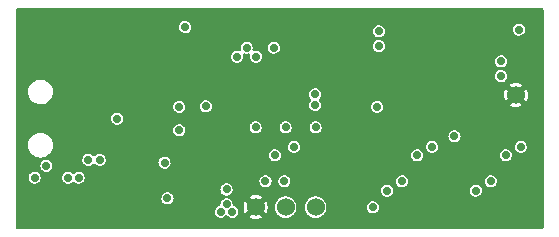
<source format=gbr>
%TF.GenerationSoftware,KiCad,Pcbnew,6.0.0*%
%TF.CreationDate,2023-02-11T22:57:16+01:00*%
%TF.ProjectId,cowstick-ums,636f7773-7469-4636-9b2d-756d732e6b69,1*%
%TF.SameCoordinates,Original*%
%TF.FileFunction,Copper,L2,Inr*%
%TF.FilePolarity,Positive*%
%FSLAX46Y46*%
G04 Gerber Fmt 4.6, Leading zero omitted, Abs format (unit mm)*
G04 Created by KiCad (PCBNEW 6.0.0) date 2023-02-11 22:57:16*
%MOMM*%
%LPD*%
G01*
G04 APERTURE LIST*
%TA.AperFunction,ComponentPad*%
%ADD10C,1.524000*%
%TD*%
%TA.AperFunction,ViaPad*%
%ADD11C,0.711200*%
%TD*%
%TA.AperFunction,Conductor*%
%ADD12C,0.406400*%
%TD*%
%TA.AperFunction,Conductor*%
%ADD13C,0.304800*%
%TD*%
G04 APERTURE END LIST*
D10*
%TO.N,GND*%
%TO.C,TP9*%
X168500000Y-103000000D03*
%TD*%
%TO.N,UART_RX*%
%TO.C,TP8*%
X151540000Y-112500000D03*
%TD*%
%TO.N,GND*%
%TO.C,TP6*%
X146460000Y-112500000D03*
%TD*%
%TO.N,UART_TX*%
%TO.C,TP7*%
X149000000Y-112500000D03*
%TD*%
D11*
%TO.N,+VBus*%
X132300000Y-108500000D03*
X128750000Y-109000000D03*
X130600000Y-110000000D03*
X134750000Y-105000000D03*
X131480000Y-110000000D03*
X133250000Y-108500000D03*
X127750000Y-110000000D03*
%TO.N,GND*%
X170400000Y-102000000D03*
X144000000Y-101100000D03*
X132300000Y-105000000D03*
X132300000Y-103250000D03*
X160000000Y-104000000D03*
X162500000Y-113900000D03*
X126600000Y-113900000D03*
X164500000Y-113900000D03*
X140000000Y-109750000D03*
X168500000Y-96100000D03*
X148500000Y-113900000D03*
X132750000Y-112000000D03*
X170400000Y-112000000D03*
X138500000Y-96100000D03*
X150500000Y-113900000D03*
X170400000Y-96100000D03*
X128500000Y-113900000D03*
X132500000Y-96100000D03*
X170400000Y-110000000D03*
X154500000Y-113900000D03*
X170400000Y-98000000D03*
X138800000Y-113900000D03*
X170400000Y-113900000D03*
X160500000Y-113900000D03*
X170400000Y-100000000D03*
X168750000Y-99000000D03*
X144500000Y-96100000D03*
X132300000Y-107000000D03*
X126600000Y-98000000D03*
X136500000Y-113900000D03*
X141500000Y-106250000D03*
X142500000Y-96100000D03*
X129150000Y-101500000D03*
X128250000Y-105000000D03*
X170400000Y-106000000D03*
X129150000Y-100000000D03*
X141000000Y-113900000D03*
X130600000Y-100000000D03*
X140500000Y-96100000D03*
X126600000Y-112000000D03*
X162100000Y-104000000D03*
X146500000Y-113900000D03*
X130500000Y-96100000D03*
X136500000Y-96100000D03*
X152500000Y-113900000D03*
X162500000Y-96100000D03*
X156500000Y-96100000D03*
X156900000Y-101400000D03*
X158500000Y-113900000D03*
X130500000Y-113900000D03*
X134500000Y-113900000D03*
X154500000Y-96100000D03*
X156500000Y-113900000D03*
X164500000Y-96100000D03*
X142000000Y-109750000D03*
X146500000Y-96100000D03*
X134500000Y-96100000D03*
X144750000Y-113900000D03*
X126600000Y-110000000D03*
X152500000Y-96100000D03*
X126600000Y-104000000D03*
X138500000Y-101100000D03*
X158500000Y-96100000D03*
X126600000Y-96100000D03*
X148500000Y-96100000D03*
X166500000Y-113900000D03*
X166500000Y-96100000D03*
X168500000Y-113900000D03*
X126600000Y-100000000D03*
X170400000Y-104000000D03*
X170400000Y-108000000D03*
X150500000Y-96100000D03*
X132500000Y-113900000D03*
X128500000Y-96100000D03*
X126600000Y-106000000D03*
X143000000Y-113900000D03*
X126600000Y-108000000D03*
X145300000Y-105400000D03*
X137750000Y-111000000D03*
X126600000Y-102000000D03*
X160500000Y-96100000D03*
%TO.N,+3.3V*%
X144000000Y-112250000D03*
X138750000Y-108750000D03*
X139000000Y-111750000D03*
X140500000Y-97250000D03*
X163300000Y-106500000D03*
X142250000Y-103961100D03*
X144500000Y-112900000D03*
X143500000Y-112900000D03*
X144000000Y-111000000D03*
X168750000Y-97470000D03*
X156750000Y-104000000D03*
%TO.N,SPI2_CS*%
X144900000Y-99750000D03*
X156900000Y-97600000D03*
%TO.N,SWD_CLK*%
X149000000Y-105750000D03*
%TO.N,SWD_IO*%
X151540000Y-105750000D03*
%TO.N,SPI2_MISO*%
X148000000Y-99000000D03*
X156900000Y-98860000D03*
%TO.N,SPI2_MOSI*%
X146500000Y-99750000D03*
X167250000Y-101400000D03*
%TO.N,SPI2_SCK*%
X167250000Y-100140000D03*
X145700000Y-99000000D03*
%TO.N,USB_DM*%
X140000000Y-106000000D03*
X151500000Y-103850000D03*
%TO.N,USB_DP*%
X140000000Y-104000000D03*
X151500000Y-102950000D03*
%TO.N,RST*%
X146460000Y-105750000D03*
%TO.N,SPI1_CS1*%
X147300000Y-110300000D03*
X157600000Y-111100000D03*
%TO.N,SPI1_SCK*%
X148100000Y-108100000D03*
X160140000Y-108100000D03*
X167640000Y-108100000D03*
%TO.N,SPI1_MISO*%
X158860000Y-110300000D03*
X148900000Y-110300000D03*
X166370000Y-110300000D03*
%TO.N,SPI1_MOSI*%
X168900000Y-107400000D03*
X149700000Y-107400000D03*
X161410000Y-107400000D03*
%TO.N,SPI1_CS2*%
X165100000Y-111100000D03*
X156390000Y-112510000D03*
%TD*%
D12*
%TO.N,GND*%
X162100000Y-104000000D02*
X167500000Y-104000000D01*
X167500000Y-104000000D02*
X168500000Y-103000000D01*
D13*
X160000000Y-104000000D02*
X162100000Y-104000000D01*
D12*
X132300000Y-105000000D02*
X132300000Y-103250000D01*
D13*
X141500000Y-107960000D02*
X141500000Y-106250000D01*
D12*
X132300000Y-107000000D02*
X132300000Y-105000000D01*
X160500000Y-110240000D02*
X159330000Y-109070000D01*
D13*
X142000000Y-109750000D02*
X142000000Y-108460000D01*
D12*
X165700000Y-99000000D02*
X162100000Y-102600000D01*
X162100000Y-102600000D02*
X162100000Y-104000000D01*
D13*
X141500000Y-106250000D02*
X144450000Y-106250000D01*
D12*
X159330000Y-104670000D02*
X160000000Y-104000000D01*
X159330000Y-109070000D02*
X159330000Y-104670000D01*
X128250000Y-105000000D02*
X132300000Y-105000000D01*
D13*
X144450000Y-106250000D02*
X145300000Y-105400000D01*
X142000000Y-108460000D02*
X141500000Y-107960000D01*
X142000000Y-109750000D02*
X143710000Y-109750000D01*
X143710000Y-109750000D02*
X146460000Y-112500000D01*
D12*
X160500000Y-113900000D02*
X160500000Y-110240000D01*
X168750000Y-99000000D02*
X165700000Y-99000000D01*
%TD*%
%TA.AperFunction,Conductor*%
%TO.N,GND*%
G36*
X170789721Y-95672402D02*
G01*
X170836214Y-95726058D01*
X170847600Y-95778400D01*
X170847600Y-114221600D01*
X170827598Y-114289721D01*
X170773942Y-114336214D01*
X170721600Y-114347600D01*
X126278400Y-114347600D01*
X126210279Y-114327598D01*
X126163786Y-114273942D01*
X126152400Y-114221600D01*
X126152400Y-112893724D01*
X142986309Y-112893724D01*
X142987473Y-112902626D01*
X142987473Y-112902629D01*
X142989824Y-112920607D01*
X143005195Y-113038152D01*
X143008809Y-113046365D01*
X143008810Y-113046369D01*
X143009237Y-113047339D01*
X143063859Y-113171474D01*
X143069634Y-113178344D01*
X143069635Y-113178346D01*
X143074093Y-113183649D01*
X143157583Y-113282973D01*
X143165060Y-113287950D01*
X143271361Y-113358710D01*
X143271363Y-113358711D01*
X143278834Y-113363684D01*
X143287401Y-113366361D01*
X143287402Y-113366361D01*
X143303777Y-113371477D01*
X143417864Y-113407121D01*
X143563498Y-113409790D01*
X143667010Y-113381569D01*
X143695363Y-113373839D01*
X143695364Y-113373839D01*
X143704026Y-113371477D01*
X143712359Y-113366361D01*
X143820502Y-113299961D01*
X143828154Y-113295263D01*
X143907391Y-113207723D01*
X143967934Y-113170643D01*
X144038913Y-113172181D01*
X144097256Y-113211205D01*
X144157583Y-113282973D01*
X144165060Y-113287950D01*
X144271361Y-113358710D01*
X144271363Y-113358711D01*
X144278834Y-113363684D01*
X144287401Y-113366361D01*
X144287402Y-113366361D01*
X144303777Y-113371477D01*
X144417864Y-113407121D01*
X144563498Y-113409790D01*
X144667010Y-113381569D01*
X144691064Y-113375011D01*
X145949819Y-113375011D01*
X145954729Y-113381569D01*
X146045899Y-113432524D01*
X146057138Y-113437433D01*
X146234914Y-113495196D01*
X146246888Y-113497829D01*
X146432508Y-113519963D01*
X146444757Y-113520220D01*
X146631138Y-113505879D01*
X146643218Y-113503748D01*
X146823244Y-113453484D01*
X146834695Y-113449042D01*
X146961461Y-113385009D01*
X146971747Y-113375362D01*
X146969509Y-113368719D01*
X146472812Y-112872022D01*
X146458868Y-112864408D01*
X146457035Y-112864539D01*
X146450420Y-112868790D01*
X145956579Y-113362631D01*
X145949819Y-113375011D01*
X144691064Y-113375011D01*
X144695363Y-113373839D01*
X144695364Y-113373839D01*
X144704026Y-113371477D01*
X144712359Y-113366361D01*
X144820502Y-113299961D01*
X144828154Y-113295263D01*
X144834774Y-113287950D01*
X144919873Y-113193934D01*
X144919874Y-113193933D01*
X144925901Y-113187274D01*
X144933214Y-113172181D01*
X144985495Y-113064272D01*
X144985495Y-113064271D01*
X144989410Y-113056191D01*
X145013576Y-112912552D01*
X145013729Y-112900000D01*
X145000124Y-112805000D01*
X144994354Y-112764706D01*
X144994353Y-112764703D01*
X144993080Y-112755813D01*
X144989362Y-112747635D01*
X144936508Y-112631390D01*
X144936507Y-112631388D01*
X144932792Y-112623218D01*
X144837713Y-112512873D01*
X144805341Y-112491890D01*
X145439700Y-112491890D01*
X145455340Y-112678154D01*
X145457555Y-112690219D01*
X145509077Y-112869900D01*
X145513592Y-112881304D01*
X145575206Y-113001192D01*
X145584923Y-113011410D01*
X145591724Y-113009066D01*
X146087978Y-112512812D01*
X146094356Y-112501132D01*
X146824408Y-112501132D01*
X146824539Y-112502965D01*
X146828790Y-112509580D01*
X147322529Y-113003319D01*
X147334909Y-113010079D01*
X147341643Y-113005038D01*
X147389606Y-112920607D01*
X147394600Y-112909391D01*
X147453599Y-112732034D01*
X147456319Y-112720063D01*
X147480075Y-112532010D01*
X147480567Y-112524981D01*
X147480867Y-112503505D01*
X147480720Y-112500000D01*
X148080060Y-112500000D01*
X148080750Y-112506565D01*
X148095632Y-112648152D01*
X148100163Y-112691266D01*
X148102203Y-112697544D01*
X148102203Y-112697545D01*
X148122011Y-112758507D01*
X148159593Y-112874173D01*
X148162896Y-112879895D01*
X148162897Y-112879896D01*
X148166477Y-112886097D01*
X148255753Y-113040727D01*
X148260171Y-113045634D01*
X148260172Y-113045635D01*
X148374114Y-113172181D01*
X148384440Y-113183649D01*
X148389782Y-113187530D01*
X148389784Y-113187532D01*
X148527999Y-113287950D01*
X148540030Y-113296691D01*
X148546058Y-113299375D01*
X148546060Y-113299376D01*
X148708001Y-113371477D01*
X148715723Y-113374915D01*
X148809781Y-113394907D01*
X148897383Y-113413528D01*
X148897387Y-113413528D01*
X148903840Y-113414900D01*
X149096160Y-113414900D01*
X149102613Y-113413528D01*
X149102617Y-113413528D01*
X149190218Y-113394908D01*
X149284277Y-113374915D01*
X149291999Y-113371477D01*
X149453940Y-113299376D01*
X149453942Y-113299375D01*
X149459970Y-113296691D01*
X149472001Y-113287950D01*
X149610216Y-113187532D01*
X149610218Y-113187530D01*
X149615560Y-113183649D01*
X149625886Y-113172181D01*
X149739828Y-113045635D01*
X149739829Y-113045634D01*
X149744247Y-113040727D01*
X149833523Y-112886097D01*
X149837103Y-112879896D01*
X149837104Y-112879895D01*
X149840407Y-112874173D01*
X149877989Y-112758507D01*
X149897797Y-112697545D01*
X149897797Y-112697544D01*
X149899837Y-112691266D01*
X149904369Y-112648152D01*
X149919250Y-112506565D01*
X149919940Y-112500000D01*
X150620060Y-112500000D01*
X150620750Y-112506565D01*
X150635632Y-112648152D01*
X150640163Y-112691266D01*
X150642203Y-112697544D01*
X150642203Y-112697545D01*
X150662011Y-112758507D01*
X150699593Y-112874173D01*
X150702896Y-112879895D01*
X150702897Y-112879896D01*
X150706477Y-112886097D01*
X150795753Y-113040727D01*
X150800171Y-113045634D01*
X150800172Y-113045635D01*
X150914114Y-113172181D01*
X150924440Y-113183649D01*
X150929782Y-113187530D01*
X150929784Y-113187532D01*
X151067999Y-113287950D01*
X151080030Y-113296691D01*
X151086058Y-113299375D01*
X151086060Y-113299376D01*
X151248001Y-113371477D01*
X151255723Y-113374915D01*
X151349781Y-113394907D01*
X151437383Y-113413528D01*
X151437387Y-113413528D01*
X151443840Y-113414900D01*
X151636160Y-113414900D01*
X151642613Y-113413528D01*
X151642617Y-113413528D01*
X151730218Y-113394908D01*
X151824277Y-113374915D01*
X151831999Y-113371477D01*
X151993940Y-113299376D01*
X151993942Y-113299375D01*
X151999970Y-113296691D01*
X152012001Y-113287950D01*
X152150216Y-113187532D01*
X152150218Y-113187530D01*
X152155560Y-113183649D01*
X152165886Y-113172181D01*
X152279828Y-113045635D01*
X152279829Y-113045634D01*
X152284247Y-113040727D01*
X152373523Y-112886097D01*
X152377103Y-112879896D01*
X152377104Y-112879895D01*
X152380407Y-112874173D01*
X152417989Y-112758507D01*
X152437797Y-112697545D01*
X152437797Y-112697544D01*
X152439837Y-112691266D01*
X152444369Y-112648152D01*
X152459250Y-112506565D01*
X152459549Y-112503724D01*
X155876309Y-112503724D01*
X155877473Y-112512626D01*
X155877473Y-112512629D01*
X155889096Y-112601514D01*
X155895195Y-112648152D01*
X155898809Y-112656365D01*
X155898810Y-112656369D01*
X155936347Y-112741676D01*
X155953859Y-112781474D01*
X155959634Y-112788344D01*
X155959635Y-112788346D01*
X156041803Y-112886097D01*
X156047583Y-112892973D01*
X156055060Y-112897950D01*
X156161361Y-112968710D01*
X156161363Y-112968711D01*
X156168834Y-112973684D01*
X156307864Y-113017121D01*
X156453498Y-113019790D01*
X156523762Y-113000634D01*
X156585363Y-112983839D01*
X156585364Y-112983839D01*
X156594026Y-112981477D01*
X156602359Y-112976361D01*
X156656090Y-112943370D01*
X156718154Y-112905263D01*
X156724774Y-112897950D01*
X156809873Y-112803934D01*
X156809874Y-112803933D01*
X156815901Y-112797274D01*
X156834561Y-112758761D01*
X156875495Y-112674272D01*
X156875495Y-112674271D01*
X156879410Y-112666191D01*
X156903576Y-112522552D01*
X156903729Y-112510000D01*
X156893494Y-112438529D01*
X156884354Y-112374706D01*
X156884353Y-112374703D01*
X156883080Y-112365813D01*
X156879362Y-112357635D01*
X156826508Y-112241390D01*
X156826507Y-112241388D01*
X156822792Y-112233218D01*
X156727713Y-112122873D01*
X156605485Y-112043648D01*
X156465934Y-112001914D01*
X156456958Y-112001859D01*
X156456957Y-112001859D01*
X156395644Y-112001485D01*
X156320279Y-112001024D01*
X156180229Y-112041051D01*
X156057042Y-112118776D01*
X155960622Y-112227951D01*
X155956808Y-112236074D01*
X155956807Y-112236076D01*
X155911410Y-112332769D01*
X155898719Y-112359800D01*
X155897339Y-112368665D01*
X155897338Y-112368667D01*
X155878152Y-112491890D01*
X155876309Y-112503724D01*
X152459549Y-112503724D01*
X152459940Y-112500000D01*
X152439837Y-112308734D01*
X152431109Y-112281870D01*
X152382449Y-112132112D01*
X152380407Y-112125827D01*
X152367625Y-112103687D01*
X152331477Y-112041077D01*
X152284247Y-111959273D01*
X152212194Y-111879249D01*
X152159982Y-111821262D01*
X152159981Y-111821261D01*
X152155560Y-111816351D01*
X152150218Y-111812470D01*
X152150216Y-111812468D01*
X152005312Y-111707190D01*
X152005311Y-111707189D01*
X151999970Y-111703309D01*
X151993942Y-111700625D01*
X151993940Y-111700624D01*
X151830308Y-111627770D01*
X151830306Y-111627769D01*
X151824277Y-111625085D01*
X151727168Y-111604444D01*
X151642617Y-111586472D01*
X151642613Y-111586472D01*
X151636160Y-111585100D01*
X151443840Y-111585100D01*
X151437387Y-111586472D01*
X151437383Y-111586472D01*
X151352832Y-111604444D01*
X151255723Y-111625085D01*
X151249694Y-111627769D01*
X151249692Y-111627770D01*
X151086060Y-111700624D01*
X151086058Y-111700625D01*
X151080030Y-111703309D01*
X151074689Y-111707189D01*
X151074688Y-111707190D01*
X150929784Y-111812468D01*
X150929782Y-111812470D01*
X150924440Y-111816351D01*
X150920019Y-111821261D01*
X150920018Y-111821262D01*
X150867807Y-111879249D01*
X150795753Y-111959273D01*
X150748523Y-112041077D01*
X150712376Y-112103687D01*
X150699593Y-112125827D01*
X150697551Y-112132112D01*
X150648892Y-112281870D01*
X150640163Y-112308734D01*
X150620060Y-112500000D01*
X149919940Y-112500000D01*
X149899837Y-112308734D01*
X149891109Y-112281870D01*
X149842449Y-112132112D01*
X149840407Y-112125827D01*
X149827625Y-112103687D01*
X149791477Y-112041077D01*
X149744247Y-111959273D01*
X149672194Y-111879249D01*
X149619982Y-111821262D01*
X149619981Y-111821261D01*
X149615560Y-111816351D01*
X149610218Y-111812470D01*
X149610216Y-111812468D01*
X149465312Y-111707190D01*
X149465311Y-111707189D01*
X149459970Y-111703309D01*
X149453942Y-111700625D01*
X149453940Y-111700624D01*
X149290308Y-111627770D01*
X149290306Y-111627769D01*
X149284277Y-111625085D01*
X149187168Y-111604444D01*
X149102617Y-111586472D01*
X149102613Y-111586472D01*
X149096160Y-111585100D01*
X148903840Y-111585100D01*
X148897387Y-111586472D01*
X148897383Y-111586472D01*
X148812832Y-111604444D01*
X148715723Y-111625085D01*
X148709694Y-111627769D01*
X148709692Y-111627770D01*
X148546060Y-111700624D01*
X148546058Y-111700625D01*
X148540030Y-111703309D01*
X148534689Y-111707189D01*
X148534688Y-111707190D01*
X148389784Y-111812468D01*
X148389782Y-111812470D01*
X148384440Y-111816351D01*
X148380019Y-111821261D01*
X148380018Y-111821262D01*
X148327807Y-111879249D01*
X148255753Y-111959273D01*
X148208523Y-112041077D01*
X148172376Y-112103687D01*
X148159593Y-112125827D01*
X148157551Y-112132112D01*
X148108892Y-112281870D01*
X148100163Y-112308734D01*
X148080060Y-112500000D01*
X147480720Y-112500000D01*
X147480574Y-112496512D01*
X147462074Y-112307836D01*
X147459691Y-112295801D01*
X147405665Y-112116858D01*
X147400990Y-112105517D01*
X147344479Y-111999234D01*
X147334617Y-111989151D01*
X147327491Y-111991719D01*
X146832022Y-112487188D01*
X146824408Y-112501132D01*
X146094356Y-112501132D01*
X146095592Y-112498868D01*
X146095461Y-112497035D01*
X146091210Y-112490420D01*
X145597229Y-111996439D01*
X145584849Y-111989679D01*
X145578461Y-111994461D01*
X145524606Y-112092423D01*
X145519778Y-112103687D01*
X145463255Y-112281870D01*
X145460707Y-112293858D01*
X145439871Y-112479621D01*
X145439700Y-112491890D01*
X144805341Y-112491890D01*
X144715485Y-112433648D01*
X144698556Y-112428585D01*
X144602126Y-112399747D01*
X144542592Y-112361066D01*
X144513422Y-112296339D01*
X144512731Y-112267775D01*
X144512769Y-112267346D01*
X144513576Y-112262552D01*
X144513729Y-112250000D01*
X144507816Y-112208710D01*
X144494354Y-112114706D01*
X144494353Y-112114703D01*
X144493080Y-112105813D01*
X144486992Y-112092423D01*
X144436508Y-111981390D01*
X144436507Y-111981388D01*
X144432792Y-111973218D01*
X144337713Y-111862873D01*
X144215485Y-111783648D01*
X144086357Y-111745031D01*
X144026824Y-111706350D01*
X143997653Y-111641623D01*
X144000102Y-111625172D01*
X145948890Y-111625172D01*
X145951345Y-111632135D01*
X146447188Y-112127978D01*
X146461132Y-112135592D01*
X146462965Y-112135461D01*
X146469580Y-112131210D01*
X146963737Y-111637053D01*
X146970497Y-111624673D01*
X146965838Y-111618450D01*
X146861039Y-111561785D01*
X146849734Y-111557033D01*
X146671169Y-111501758D01*
X146659158Y-111499292D01*
X146473255Y-111479753D01*
X146460987Y-111479668D01*
X146274838Y-111496608D01*
X146262791Y-111498906D01*
X146083470Y-111551683D01*
X146072093Y-111556280D01*
X145959039Y-111615383D01*
X145948890Y-111625172D01*
X144000102Y-111625172D01*
X144008108Y-111571400D01*
X144054869Y-111517977D01*
X144089316Y-111502751D01*
X144204026Y-111471477D01*
X144212266Y-111466418D01*
X144320502Y-111399961D01*
X144328154Y-111395263D01*
X144334774Y-111387950D01*
X144419873Y-111293934D01*
X144419874Y-111293933D01*
X144425901Y-111287274D01*
X144437046Y-111264272D01*
X144485495Y-111164272D01*
X144485495Y-111164271D01*
X144489410Y-111156191D01*
X144499920Y-111093724D01*
X157086309Y-111093724D01*
X157087473Y-111102626D01*
X157087473Y-111102629D01*
X157093193Y-111146369D01*
X157105195Y-111238152D01*
X157108809Y-111246365D01*
X157108810Y-111246369D01*
X157129740Y-111293934D01*
X157163859Y-111371474D01*
X157169634Y-111378344D01*
X157169635Y-111378346D01*
X157251803Y-111476097D01*
X157257583Y-111482973D01*
X157265060Y-111487950D01*
X157371361Y-111558710D01*
X157371363Y-111558711D01*
X157378834Y-111563684D01*
X157517864Y-111607121D01*
X157663498Y-111609790D01*
X157754058Y-111585100D01*
X157795363Y-111573839D01*
X157795364Y-111573839D01*
X157804026Y-111571477D01*
X157812359Y-111566361D01*
X157908841Y-111507121D01*
X157928154Y-111495263D01*
X157934774Y-111487950D01*
X158019873Y-111393934D01*
X158019874Y-111393933D01*
X158025901Y-111387274D01*
X158031317Y-111376097D01*
X158085495Y-111264272D01*
X158085495Y-111264271D01*
X158089410Y-111256191D01*
X158113576Y-111112552D01*
X158113729Y-111100000D01*
X158112830Y-111093724D01*
X164586309Y-111093724D01*
X164587473Y-111102626D01*
X164587473Y-111102629D01*
X164593193Y-111146369D01*
X164605195Y-111238152D01*
X164608809Y-111246365D01*
X164608810Y-111246369D01*
X164629740Y-111293934D01*
X164663859Y-111371474D01*
X164669634Y-111378344D01*
X164669635Y-111378346D01*
X164751803Y-111476097D01*
X164757583Y-111482973D01*
X164765060Y-111487950D01*
X164871361Y-111558710D01*
X164871363Y-111558711D01*
X164878834Y-111563684D01*
X165017864Y-111607121D01*
X165163498Y-111609790D01*
X165254058Y-111585100D01*
X165295363Y-111573839D01*
X165295364Y-111573839D01*
X165304026Y-111571477D01*
X165312359Y-111566361D01*
X165408841Y-111507121D01*
X165428154Y-111495263D01*
X165434774Y-111487950D01*
X165519873Y-111393934D01*
X165519874Y-111393933D01*
X165525901Y-111387274D01*
X165531317Y-111376097D01*
X165585495Y-111264272D01*
X165585495Y-111264271D01*
X165589410Y-111256191D01*
X165613576Y-111112552D01*
X165613729Y-111100000D01*
X165598718Y-110995183D01*
X165594354Y-110964706D01*
X165594353Y-110964703D01*
X165593080Y-110955813D01*
X165589362Y-110947635D01*
X165536508Y-110831390D01*
X165536507Y-110831388D01*
X165532792Y-110823218D01*
X165437713Y-110712873D01*
X165315485Y-110633648D01*
X165175934Y-110591914D01*
X165166958Y-110591859D01*
X165166957Y-110591859D01*
X165105644Y-110591485D01*
X165030279Y-110591024D01*
X164890229Y-110631051D01*
X164767042Y-110708776D01*
X164670622Y-110817951D01*
X164666808Y-110826074D01*
X164666807Y-110826076D01*
X164612533Y-110941676D01*
X164608719Y-110949800D01*
X164607339Y-110958665D01*
X164607338Y-110958667D01*
X164599705Y-111007693D01*
X164586309Y-111093724D01*
X158112830Y-111093724D01*
X158098718Y-110995183D01*
X158094354Y-110964706D01*
X158094353Y-110964703D01*
X158093080Y-110955813D01*
X158089362Y-110947635D01*
X158036508Y-110831390D01*
X158036507Y-110831388D01*
X158032792Y-110823218D01*
X157937713Y-110712873D01*
X157815485Y-110633648D01*
X157675934Y-110591914D01*
X157666958Y-110591859D01*
X157666957Y-110591859D01*
X157605644Y-110591485D01*
X157530279Y-110591024D01*
X157390229Y-110631051D01*
X157267042Y-110708776D01*
X157170622Y-110817951D01*
X157166808Y-110826074D01*
X157166807Y-110826076D01*
X157112533Y-110941676D01*
X157108719Y-110949800D01*
X157107339Y-110958665D01*
X157107338Y-110958667D01*
X157099705Y-111007693D01*
X157086309Y-111093724D01*
X144499920Y-111093724D01*
X144513576Y-111012552D01*
X144513729Y-111000000D01*
X144506230Y-110947635D01*
X144494354Y-110864706D01*
X144494353Y-110864703D01*
X144493080Y-110855813D01*
X144489362Y-110847635D01*
X144436508Y-110731390D01*
X144436507Y-110731388D01*
X144432792Y-110723218D01*
X144337713Y-110612873D01*
X144215485Y-110533648D01*
X144075934Y-110491914D01*
X144066958Y-110491859D01*
X144066957Y-110491859D01*
X144005644Y-110491485D01*
X143930279Y-110491024D01*
X143790229Y-110531051D01*
X143667042Y-110608776D01*
X143570622Y-110717951D01*
X143566808Y-110726074D01*
X143566807Y-110726076D01*
X143526831Y-110811223D01*
X143508719Y-110849800D01*
X143507339Y-110858665D01*
X143507338Y-110858667D01*
X143491768Y-110958667D01*
X143486309Y-110993724D01*
X143487473Y-111002626D01*
X143487473Y-111002629D01*
X143498225Y-111084852D01*
X143505195Y-111138152D01*
X143508809Y-111146365D01*
X143508810Y-111146369D01*
X143509237Y-111147339D01*
X143563859Y-111271474D01*
X143569634Y-111278344D01*
X143569635Y-111278346D01*
X143571909Y-111281051D01*
X143657583Y-111382973D01*
X143665060Y-111387950D01*
X143771361Y-111458710D01*
X143771363Y-111458711D01*
X143778834Y-111463684D01*
X143787401Y-111466361D01*
X143787402Y-111466361D01*
X143912646Y-111505491D01*
X143971702Y-111544898D01*
X144000079Y-111609977D01*
X143988766Y-111680066D01*
X143941356Y-111732913D01*
X143909698Y-111746906D01*
X143790229Y-111781051D01*
X143667042Y-111858776D01*
X143570622Y-111967951D01*
X143566808Y-111976074D01*
X143566807Y-111976076D01*
X143512533Y-112091676D01*
X143508719Y-112099800D01*
X143507339Y-112108665D01*
X143507338Y-112108667D01*
X143487945Y-112233218D01*
X143486309Y-112243724D01*
X143487473Y-112252626D01*
X143487473Y-112252629D01*
X143488781Y-112262629D01*
X143477780Y-112332769D01*
X143430606Y-112385826D01*
X143398470Y-112400115D01*
X143353638Y-112412929D01*
X143290229Y-112431051D01*
X143167042Y-112508776D01*
X143070622Y-112617951D01*
X143066808Y-112626074D01*
X143066807Y-112626076D01*
X143022680Y-112720063D01*
X143008719Y-112749800D01*
X143007339Y-112758665D01*
X143007338Y-112758667D01*
X142988243Y-112881304D01*
X142986309Y-112893724D01*
X126152400Y-112893724D01*
X126152400Y-111743724D01*
X138486309Y-111743724D01*
X138487473Y-111752626D01*
X138487473Y-111752629D01*
X138491816Y-111785839D01*
X138505195Y-111888152D01*
X138508809Y-111896365D01*
X138508810Y-111896369D01*
X138543883Y-111976076D01*
X138563859Y-112021474D01*
X138569634Y-112028344D01*
X138569635Y-112028346D01*
X138649093Y-112122873D01*
X138657583Y-112132973D01*
X138665060Y-112137950D01*
X138771361Y-112208710D01*
X138771363Y-112208711D01*
X138778834Y-112213684D01*
X138917864Y-112257121D01*
X139063498Y-112259790D01*
X139133762Y-112240633D01*
X139195363Y-112223839D01*
X139195364Y-112223839D01*
X139204026Y-112221477D01*
X139212359Y-112216361D01*
X139320502Y-112149961D01*
X139328154Y-112145263D01*
X139334774Y-112137950D01*
X139419873Y-112043934D01*
X139419874Y-112043933D01*
X139425901Y-112037274D01*
X139443060Y-112001859D01*
X139485495Y-111914272D01*
X139485495Y-111914271D01*
X139489410Y-111906191D01*
X139513576Y-111762552D01*
X139513729Y-111750000D01*
X139503714Y-111680066D01*
X139494354Y-111614706D01*
X139494353Y-111614703D01*
X139493080Y-111605813D01*
X139489362Y-111597635D01*
X139436508Y-111481390D01*
X139436507Y-111481388D01*
X139432792Y-111473218D01*
X139337713Y-111362873D01*
X139215485Y-111283648D01*
X139075934Y-111241914D01*
X139066958Y-111241859D01*
X139066957Y-111241859D01*
X139005644Y-111241485D01*
X138930279Y-111241024D01*
X138790229Y-111281051D01*
X138782642Y-111285838D01*
X138782640Y-111285839D01*
X138716377Y-111327648D01*
X138667042Y-111358776D01*
X138661100Y-111365504D01*
X138651745Y-111376097D01*
X138570622Y-111467951D01*
X138566808Y-111476074D01*
X138566807Y-111476076D01*
X138514976Y-111586472D01*
X138508719Y-111599800D01*
X138507339Y-111608665D01*
X138507338Y-111608667D01*
X138491998Y-111707190D01*
X138486309Y-111743724D01*
X126152400Y-111743724D01*
X126152400Y-109993724D01*
X127236309Y-109993724D01*
X127237473Y-110002626D01*
X127237473Y-110002629D01*
X127240539Y-110026076D01*
X127255195Y-110138152D01*
X127258809Y-110146365D01*
X127258810Y-110146369D01*
X127266688Y-110164272D01*
X127313859Y-110271474D01*
X127319634Y-110278344D01*
X127319635Y-110278346D01*
X127401803Y-110376097D01*
X127407583Y-110382973D01*
X127415060Y-110387950D01*
X127521361Y-110458710D01*
X127521363Y-110458711D01*
X127528834Y-110463684D01*
X127667864Y-110507121D01*
X127813498Y-110509790D01*
X127883762Y-110490634D01*
X127945363Y-110473839D01*
X127945364Y-110473839D01*
X127954026Y-110471477D01*
X127962359Y-110466361D01*
X128070502Y-110399961D01*
X128078154Y-110395263D01*
X128084774Y-110387950D01*
X128169873Y-110293934D01*
X128169874Y-110293933D01*
X128175901Y-110287274D01*
X128188956Y-110260330D01*
X128235495Y-110164272D01*
X128235495Y-110164271D01*
X128239410Y-110156191D01*
X128263576Y-110012552D01*
X128263729Y-110000000D01*
X128262830Y-109993724D01*
X130086309Y-109993724D01*
X130087473Y-110002626D01*
X130087473Y-110002629D01*
X130090539Y-110026076D01*
X130105195Y-110138152D01*
X130108809Y-110146365D01*
X130108810Y-110146369D01*
X130116688Y-110164272D01*
X130163859Y-110271474D01*
X130169634Y-110278344D01*
X130169635Y-110278346D01*
X130251803Y-110376097D01*
X130257583Y-110382973D01*
X130265060Y-110387950D01*
X130371361Y-110458710D01*
X130371363Y-110458711D01*
X130378834Y-110463684D01*
X130517864Y-110507121D01*
X130663498Y-110509790D01*
X130733762Y-110490634D01*
X130795363Y-110473839D01*
X130795364Y-110473839D01*
X130804026Y-110471477D01*
X130812359Y-110466361D01*
X130920502Y-110399961D01*
X130928154Y-110395263D01*
X130934774Y-110387950D01*
X130945170Y-110376464D01*
X131005713Y-110339382D01*
X131076693Y-110340920D01*
X131123334Y-110372111D01*
X131125116Y-110370118D01*
X131131803Y-110376097D01*
X131137583Y-110382973D01*
X131145060Y-110387950D01*
X131251361Y-110458710D01*
X131251363Y-110458711D01*
X131258834Y-110463684D01*
X131397864Y-110507121D01*
X131543498Y-110509790D01*
X131613762Y-110490633D01*
X131675363Y-110473839D01*
X131675364Y-110473839D01*
X131684026Y-110471477D01*
X131692359Y-110466361D01*
X131800502Y-110399961D01*
X131808154Y-110395263D01*
X131814774Y-110387950D01*
X131899873Y-110293934D01*
X131899874Y-110293933D01*
X131900063Y-110293724D01*
X146786309Y-110293724D01*
X146787473Y-110302626D01*
X146787473Y-110302629D01*
X146796559Y-110372111D01*
X146805195Y-110438152D01*
X146808809Y-110446365D01*
X146808810Y-110446369D01*
X146836644Y-110509625D01*
X146863859Y-110571474D01*
X146869634Y-110578344D01*
X146869635Y-110578346D01*
X146904376Y-110619675D01*
X146957583Y-110682973D01*
X146965060Y-110687950D01*
X147071361Y-110758710D01*
X147071363Y-110758711D01*
X147078834Y-110763684D01*
X147217864Y-110807121D01*
X147363498Y-110809790D01*
X147433762Y-110790634D01*
X147495363Y-110773839D01*
X147495364Y-110773839D01*
X147504026Y-110771477D01*
X147512359Y-110766361D01*
X147569315Y-110731390D01*
X147628154Y-110695263D01*
X147634774Y-110687950D01*
X147719873Y-110593934D01*
X147719874Y-110593933D01*
X147725901Y-110587274D01*
X147771339Y-110493491D01*
X147785495Y-110464272D01*
X147785495Y-110464271D01*
X147789410Y-110456191D01*
X147813576Y-110312552D01*
X147813729Y-110300000D01*
X147812830Y-110293724D01*
X148386309Y-110293724D01*
X148387473Y-110302626D01*
X148387473Y-110302629D01*
X148396559Y-110372111D01*
X148405195Y-110438152D01*
X148408809Y-110446365D01*
X148408810Y-110446369D01*
X148436644Y-110509625D01*
X148463859Y-110571474D01*
X148469634Y-110578344D01*
X148469635Y-110578346D01*
X148504376Y-110619675D01*
X148557583Y-110682973D01*
X148565060Y-110687950D01*
X148671361Y-110758710D01*
X148671363Y-110758711D01*
X148678834Y-110763684D01*
X148817864Y-110807121D01*
X148963498Y-110809790D01*
X149033762Y-110790634D01*
X149095363Y-110773839D01*
X149095364Y-110773839D01*
X149104026Y-110771477D01*
X149112359Y-110766361D01*
X149169315Y-110731390D01*
X149228154Y-110695263D01*
X149234774Y-110687950D01*
X149319873Y-110593934D01*
X149319874Y-110593933D01*
X149325901Y-110587274D01*
X149371339Y-110493491D01*
X149385495Y-110464272D01*
X149385495Y-110464271D01*
X149389410Y-110456191D01*
X149413576Y-110312552D01*
X149413729Y-110300000D01*
X149412830Y-110293724D01*
X158346309Y-110293724D01*
X158347473Y-110302626D01*
X158347473Y-110302629D01*
X158356559Y-110372111D01*
X158365195Y-110438152D01*
X158368809Y-110446365D01*
X158368810Y-110446369D01*
X158396644Y-110509625D01*
X158423859Y-110571474D01*
X158429634Y-110578344D01*
X158429635Y-110578346D01*
X158464376Y-110619675D01*
X158517583Y-110682973D01*
X158525060Y-110687950D01*
X158631361Y-110758710D01*
X158631363Y-110758711D01*
X158638834Y-110763684D01*
X158777864Y-110807121D01*
X158923498Y-110809790D01*
X158993762Y-110790634D01*
X159055363Y-110773839D01*
X159055364Y-110773839D01*
X159064026Y-110771477D01*
X159072359Y-110766361D01*
X159129315Y-110731390D01*
X159188154Y-110695263D01*
X159194774Y-110687950D01*
X159279873Y-110593934D01*
X159279874Y-110593933D01*
X159285901Y-110587274D01*
X159331339Y-110493491D01*
X159345495Y-110464272D01*
X159345495Y-110464271D01*
X159349410Y-110456191D01*
X159373576Y-110312552D01*
X159373729Y-110300000D01*
X159372830Y-110293724D01*
X165856309Y-110293724D01*
X165857473Y-110302626D01*
X165857473Y-110302629D01*
X165866559Y-110372111D01*
X165875195Y-110438152D01*
X165878809Y-110446365D01*
X165878810Y-110446369D01*
X165906644Y-110509625D01*
X165933859Y-110571474D01*
X165939634Y-110578344D01*
X165939635Y-110578346D01*
X165974376Y-110619675D01*
X166027583Y-110682973D01*
X166035060Y-110687950D01*
X166141361Y-110758710D01*
X166141363Y-110758711D01*
X166148834Y-110763684D01*
X166287864Y-110807121D01*
X166433498Y-110809790D01*
X166503762Y-110790634D01*
X166565363Y-110773839D01*
X166565364Y-110773839D01*
X166574026Y-110771477D01*
X166582359Y-110766361D01*
X166639315Y-110731390D01*
X166698154Y-110695263D01*
X166704774Y-110687950D01*
X166789873Y-110593934D01*
X166789874Y-110593933D01*
X166795901Y-110587274D01*
X166841339Y-110493491D01*
X166855495Y-110464272D01*
X166855495Y-110464271D01*
X166859410Y-110456191D01*
X166883576Y-110312552D01*
X166883729Y-110300000D01*
X166863080Y-110155813D01*
X166858786Y-110146369D01*
X166806508Y-110031390D01*
X166806507Y-110031388D01*
X166802792Y-110023218D01*
X166707713Y-109912873D01*
X166585485Y-109833648D01*
X166445934Y-109791914D01*
X166436958Y-109791859D01*
X166436957Y-109791859D01*
X166375644Y-109791485D01*
X166300279Y-109791024D01*
X166160229Y-109831051D01*
X166152642Y-109835838D01*
X166152640Y-109835839D01*
X166120983Y-109855813D01*
X166037042Y-109908776D01*
X165940622Y-110017951D01*
X165936808Y-110026074D01*
X165936807Y-110026076D01*
X165884188Y-110138152D01*
X165878719Y-110149800D01*
X165877339Y-110158665D01*
X165877338Y-110158667D01*
X165861053Y-110263258D01*
X165856309Y-110293724D01*
X159372830Y-110293724D01*
X159353080Y-110155813D01*
X159348786Y-110146369D01*
X159296508Y-110031390D01*
X159296507Y-110031388D01*
X159292792Y-110023218D01*
X159197713Y-109912873D01*
X159075485Y-109833648D01*
X158935934Y-109791914D01*
X158926958Y-109791859D01*
X158926957Y-109791859D01*
X158865644Y-109791485D01*
X158790279Y-109791024D01*
X158650229Y-109831051D01*
X158642642Y-109835838D01*
X158642640Y-109835839D01*
X158610983Y-109855813D01*
X158527042Y-109908776D01*
X158430622Y-110017951D01*
X158426808Y-110026074D01*
X158426807Y-110026076D01*
X158374188Y-110138152D01*
X158368719Y-110149800D01*
X158367339Y-110158665D01*
X158367338Y-110158667D01*
X158351053Y-110263258D01*
X158346309Y-110293724D01*
X149412830Y-110293724D01*
X149393080Y-110155813D01*
X149388786Y-110146369D01*
X149336508Y-110031390D01*
X149336507Y-110031388D01*
X149332792Y-110023218D01*
X149237713Y-109912873D01*
X149115485Y-109833648D01*
X148975934Y-109791914D01*
X148966958Y-109791859D01*
X148966957Y-109791859D01*
X148905644Y-109791485D01*
X148830279Y-109791024D01*
X148690229Y-109831051D01*
X148682642Y-109835838D01*
X148682640Y-109835839D01*
X148650983Y-109855813D01*
X148567042Y-109908776D01*
X148470622Y-110017951D01*
X148466808Y-110026074D01*
X148466807Y-110026076D01*
X148414188Y-110138152D01*
X148408719Y-110149800D01*
X148407339Y-110158665D01*
X148407338Y-110158667D01*
X148391053Y-110263258D01*
X148386309Y-110293724D01*
X147812830Y-110293724D01*
X147793080Y-110155813D01*
X147788786Y-110146369D01*
X147736508Y-110031390D01*
X147736507Y-110031388D01*
X147732792Y-110023218D01*
X147637713Y-109912873D01*
X147515485Y-109833648D01*
X147375934Y-109791914D01*
X147366958Y-109791859D01*
X147366957Y-109791859D01*
X147305644Y-109791485D01*
X147230279Y-109791024D01*
X147090229Y-109831051D01*
X147082642Y-109835838D01*
X147082640Y-109835839D01*
X147050983Y-109855813D01*
X146967042Y-109908776D01*
X146870622Y-110017951D01*
X146866808Y-110026074D01*
X146866807Y-110026076D01*
X146814188Y-110138152D01*
X146808719Y-110149800D01*
X146807339Y-110158665D01*
X146807338Y-110158667D01*
X146791053Y-110263258D01*
X146786309Y-110293724D01*
X131900063Y-110293724D01*
X131905901Y-110287274D01*
X131918956Y-110260330D01*
X131965495Y-110164272D01*
X131965495Y-110164271D01*
X131969410Y-110156191D01*
X131993576Y-110012552D01*
X131993729Y-110000000D01*
X131982226Y-109919675D01*
X131974354Y-109864706D01*
X131974353Y-109864703D01*
X131973080Y-109855813D01*
X131969362Y-109847635D01*
X131916508Y-109731390D01*
X131916507Y-109731388D01*
X131912792Y-109723218D01*
X131817713Y-109612873D01*
X131695485Y-109533648D01*
X131555934Y-109491914D01*
X131546958Y-109491859D01*
X131546957Y-109491859D01*
X131485644Y-109491485D01*
X131410279Y-109491024D01*
X131270229Y-109531051D01*
X131147042Y-109608776D01*
X131141099Y-109615506D01*
X131141097Y-109615507D01*
X131134913Y-109622509D01*
X131074828Y-109660328D01*
X131003835Y-109659659D01*
X130950759Y-109625090D01*
X130950336Y-109625574D01*
X130946899Y-109622576D01*
X130945017Y-109621350D01*
X130943573Y-109619674D01*
X130937713Y-109612873D01*
X130815485Y-109533648D01*
X130675934Y-109491914D01*
X130666958Y-109491859D01*
X130666957Y-109491859D01*
X130605644Y-109491485D01*
X130530279Y-109491024D01*
X130390229Y-109531051D01*
X130267042Y-109608776D01*
X130261100Y-109615504D01*
X130222104Y-109659659D01*
X130170622Y-109717951D01*
X130166808Y-109726074D01*
X130166807Y-109726076D01*
X130114011Y-109838529D01*
X130108719Y-109849800D01*
X130107339Y-109858665D01*
X130107338Y-109858667D01*
X130099659Y-109907989D01*
X130086309Y-109993724D01*
X128262830Y-109993724D01*
X128252226Y-109919675D01*
X128244354Y-109864706D01*
X128244353Y-109864703D01*
X128243080Y-109855813D01*
X128239362Y-109847635D01*
X128186508Y-109731390D01*
X128186507Y-109731388D01*
X128182792Y-109723218D01*
X128087713Y-109612873D01*
X127965485Y-109533648D01*
X127825934Y-109491914D01*
X127816958Y-109491859D01*
X127816957Y-109491859D01*
X127755644Y-109491485D01*
X127680279Y-109491024D01*
X127540229Y-109531051D01*
X127417042Y-109608776D01*
X127411100Y-109615504D01*
X127372104Y-109659659D01*
X127320622Y-109717951D01*
X127316808Y-109726074D01*
X127316807Y-109726076D01*
X127264011Y-109838529D01*
X127258719Y-109849800D01*
X127257339Y-109858665D01*
X127257338Y-109858667D01*
X127249659Y-109907989D01*
X127236309Y-109993724D01*
X126152400Y-109993724D01*
X126152400Y-108993724D01*
X128236309Y-108993724D01*
X128237473Y-109002626D01*
X128237473Y-109002629D01*
X128249096Y-109091514D01*
X128255195Y-109138152D01*
X128258809Y-109146365D01*
X128258810Y-109146369D01*
X128259237Y-109147339D01*
X128313859Y-109271474D01*
X128319634Y-109278344D01*
X128319635Y-109278346D01*
X128327140Y-109287274D01*
X128407583Y-109382973D01*
X128415060Y-109387950D01*
X128521361Y-109458710D01*
X128521363Y-109458711D01*
X128528834Y-109463684D01*
X128667864Y-109507121D01*
X128813498Y-109509790D01*
X128883762Y-109490634D01*
X128945363Y-109473839D01*
X128945364Y-109473839D01*
X128954026Y-109471477D01*
X128962359Y-109466361D01*
X129070502Y-109399961D01*
X129078154Y-109395263D01*
X129084774Y-109387950D01*
X129169873Y-109293934D01*
X129169874Y-109293933D01*
X129175901Y-109287274D01*
X129190362Y-109257428D01*
X129235495Y-109164272D01*
X129235495Y-109164271D01*
X129239410Y-109156191D01*
X129263576Y-109012552D01*
X129263729Y-109000000D01*
X129250295Y-108906191D01*
X129244354Y-108864706D01*
X129244353Y-108864703D01*
X129243080Y-108855813D01*
X129239362Y-108847635D01*
X129186508Y-108731390D01*
X129186507Y-108731388D01*
X129182792Y-108723218D01*
X129087713Y-108612873D01*
X128965485Y-108533648D01*
X128831986Y-108493724D01*
X131786309Y-108493724D01*
X131787473Y-108502626D01*
X131787473Y-108502629D01*
X131791816Y-108535839D01*
X131805195Y-108638152D01*
X131808809Y-108646365D01*
X131808810Y-108646369D01*
X131843883Y-108726076D01*
X131863859Y-108771474D01*
X131869634Y-108778344D01*
X131869635Y-108778346D01*
X131929698Y-108849800D01*
X131957583Y-108882973D01*
X131965060Y-108887950D01*
X132071361Y-108958710D01*
X132071363Y-108958711D01*
X132078834Y-108963684D01*
X132217864Y-109007121D01*
X132363498Y-109009790D01*
X132454968Y-108984852D01*
X132495363Y-108973839D01*
X132495364Y-108973839D01*
X132504026Y-108971477D01*
X132512359Y-108966361D01*
X132597194Y-108914272D01*
X132628154Y-108895263D01*
X132634774Y-108887950D01*
X132681465Y-108836366D01*
X132742008Y-108799284D01*
X132812988Y-108800822D01*
X132871331Y-108839846D01*
X132879698Y-108849800D01*
X132907583Y-108882973D01*
X132915060Y-108887950D01*
X133021361Y-108958710D01*
X133021363Y-108958711D01*
X133028834Y-108963684D01*
X133167864Y-109007121D01*
X133313498Y-109009790D01*
X133404968Y-108984852D01*
X133445363Y-108973839D01*
X133445364Y-108973839D01*
X133454026Y-108971477D01*
X133462359Y-108966361D01*
X133547194Y-108914272D01*
X133578154Y-108895263D01*
X133584774Y-108887950D01*
X133669873Y-108793934D01*
X133669874Y-108793933D01*
X133675901Y-108787274D01*
X133691606Y-108754860D01*
X133697001Y-108743724D01*
X138236309Y-108743724D01*
X138237473Y-108752626D01*
X138237473Y-108752629D01*
X138243574Y-108799284D01*
X138255195Y-108888152D01*
X138258809Y-108896365D01*
X138258810Y-108896369D01*
X138259237Y-108897339D01*
X138313859Y-109021474D01*
X138319634Y-109028344D01*
X138319635Y-109028346D01*
X138327140Y-109037274D01*
X138407583Y-109132973D01*
X138415060Y-109137950D01*
X138521361Y-109208710D01*
X138521363Y-109208711D01*
X138528834Y-109213684D01*
X138667864Y-109257121D01*
X138813498Y-109259790D01*
X138883762Y-109240634D01*
X138945363Y-109223839D01*
X138945364Y-109223839D01*
X138954026Y-109221477D01*
X138962359Y-109216361D01*
X139047194Y-109164272D01*
X139078154Y-109145263D01*
X139084774Y-109137950D01*
X139169873Y-109043934D01*
X139169874Y-109043933D01*
X139175901Y-109037274D01*
X139190362Y-109007428D01*
X139235495Y-108914272D01*
X139235495Y-108914271D01*
X139239410Y-108906191D01*
X139263576Y-108762552D01*
X139263729Y-108750000D01*
X139248888Y-108646369D01*
X139244354Y-108614706D01*
X139244353Y-108614703D01*
X139243080Y-108605813D01*
X139239362Y-108597635D01*
X139186508Y-108481390D01*
X139186507Y-108481388D01*
X139182792Y-108473218D01*
X139087713Y-108362873D01*
X138965485Y-108283648D01*
X138825934Y-108241914D01*
X138816958Y-108241859D01*
X138816957Y-108241859D01*
X138755644Y-108241485D01*
X138680279Y-108241024D01*
X138540229Y-108281051D01*
X138532642Y-108285838D01*
X138532640Y-108285839D01*
X138528507Y-108288447D01*
X138417042Y-108358776D01*
X138411100Y-108365504D01*
X138399758Y-108378346D01*
X138320622Y-108467951D01*
X138316808Y-108476074D01*
X138316807Y-108476076D01*
X138262533Y-108591676D01*
X138258719Y-108599800D01*
X138257339Y-108608665D01*
X138257338Y-108608667D01*
X138239057Y-108726076D01*
X138236309Y-108743724D01*
X133697001Y-108743724D01*
X133735495Y-108664272D01*
X133735495Y-108664271D01*
X133739410Y-108656191D01*
X133754523Y-108566361D01*
X133762770Y-108517344D01*
X133762770Y-108517341D01*
X133763576Y-108512552D01*
X133763729Y-108500000D01*
X133758056Y-108460385D01*
X133744354Y-108364706D01*
X133744353Y-108364703D01*
X133743080Y-108355813D01*
X133739362Y-108347635D01*
X133686508Y-108231390D01*
X133686507Y-108231388D01*
X133682792Y-108223218D01*
X133587713Y-108112873D01*
X133558170Y-108093724D01*
X147586309Y-108093724D01*
X147587473Y-108102626D01*
X147587473Y-108102629D01*
X147595319Y-108162629D01*
X147605195Y-108238152D01*
X147608809Y-108246365D01*
X147608810Y-108246369D01*
X147633512Y-108302507D01*
X147663859Y-108371474D01*
X147669634Y-108378344D01*
X147669635Y-108378346D01*
X147751803Y-108476097D01*
X147757583Y-108482973D01*
X147765060Y-108487950D01*
X147871361Y-108558710D01*
X147871363Y-108558711D01*
X147878834Y-108563684D01*
X148017864Y-108607121D01*
X148163498Y-108609790D01*
X148233762Y-108590634D01*
X148295363Y-108573839D01*
X148295364Y-108573839D01*
X148304026Y-108571477D01*
X148312359Y-108566361D01*
X148399996Y-108512552D01*
X148428154Y-108495263D01*
X148434774Y-108487950D01*
X148519873Y-108393934D01*
X148519874Y-108393933D01*
X148525901Y-108387274D01*
X148536449Y-108365504D01*
X148585495Y-108264272D01*
X148585495Y-108264271D01*
X148589410Y-108256191D01*
X148613576Y-108112552D01*
X148613729Y-108100000D01*
X148612830Y-108093724D01*
X159626309Y-108093724D01*
X159627473Y-108102626D01*
X159627473Y-108102629D01*
X159635319Y-108162629D01*
X159645195Y-108238152D01*
X159648809Y-108246365D01*
X159648810Y-108246369D01*
X159673512Y-108302507D01*
X159703859Y-108371474D01*
X159709634Y-108378344D01*
X159709635Y-108378346D01*
X159791803Y-108476097D01*
X159797583Y-108482973D01*
X159805060Y-108487950D01*
X159911361Y-108558710D01*
X159911363Y-108558711D01*
X159918834Y-108563684D01*
X160057864Y-108607121D01*
X160203498Y-108609790D01*
X160273762Y-108590634D01*
X160335363Y-108573839D01*
X160335364Y-108573839D01*
X160344026Y-108571477D01*
X160352359Y-108566361D01*
X160439996Y-108512552D01*
X160468154Y-108495263D01*
X160474774Y-108487950D01*
X160559873Y-108393934D01*
X160559874Y-108393933D01*
X160565901Y-108387274D01*
X160576449Y-108365504D01*
X160625495Y-108264272D01*
X160625495Y-108264271D01*
X160629410Y-108256191D01*
X160653576Y-108112552D01*
X160653729Y-108100000D01*
X160652830Y-108093724D01*
X167126309Y-108093724D01*
X167127473Y-108102626D01*
X167127473Y-108102629D01*
X167135319Y-108162629D01*
X167145195Y-108238152D01*
X167148809Y-108246365D01*
X167148810Y-108246369D01*
X167173512Y-108302507D01*
X167203859Y-108371474D01*
X167209634Y-108378344D01*
X167209635Y-108378346D01*
X167291803Y-108476097D01*
X167297583Y-108482973D01*
X167305060Y-108487950D01*
X167411361Y-108558710D01*
X167411363Y-108558711D01*
X167418834Y-108563684D01*
X167557864Y-108607121D01*
X167703498Y-108609790D01*
X167773762Y-108590634D01*
X167835363Y-108573839D01*
X167835364Y-108573839D01*
X167844026Y-108571477D01*
X167852359Y-108566361D01*
X167939996Y-108512552D01*
X167968154Y-108495263D01*
X167974774Y-108487950D01*
X168059873Y-108393934D01*
X168059874Y-108393933D01*
X168065901Y-108387274D01*
X168076449Y-108365504D01*
X168125495Y-108264272D01*
X168125495Y-108264271D01*
X168129410Y-108256191D01*
X168153576Y-108112552D01*
X168153729Y-108100000D01*
X168140069Y-108004617D01*
X168134354Y-107964706D01*
X168134353Y-107964703D01*
X168133080Y-107955813D01*
X168129362Y-107947635D01*
X168076508Y-107831390D01*
X168076507Y-107831388D01*
X168072792Y-107823218D01*
X167977713Y-107712873D01*
X167855485Y-107633648D01*
X167715934Y-107591914D01*
X167706958Y-107591859D01*
X167706957Y-107591859D01*
X167645644Y-107591485D01*
X167570279Y-107591024D01*
X167430229Y-107631051D01*
X167422642Y-107635838D01*
X167422640Y-107635839D01*
X167384363Y-107659990D01*
X167307042Y-107708776D01*
X167210622Y-107817951D01*
X167206808Y-107826074D01*
X167206807Y-107826076D01*
X167152533Y-107941676D01*
X167148719Y-107949800D01*
X167147339Y-107958665D01*
X167147338Y-107958667D01*
X167136064Y-108031077D01*
X167126309Y-108093724D01*
X160652830Y-108093724D01*
X160640069Y-108004617D01*
X160634354Y-107964706D01*
X160634353Y-107964703D01*
X160633080Y-107955813D01*
X160629362Y-107947635D01*
X160576508Y-107831390D01*
X160576507Y-107831388D01*
X160572792Y-107823218D01*
X160477713Y-107712873D01*
X160355485Y-107633648D01*
X160215934Y-107591914D01*
X160206958Y-107591859D01*
X160206957Y-107591859D01*
X160145644Y-107591485D01*
X160070279Y-107591024D01*
X159930229Y-107631051D01*
X159922642Y-107635838D01*
X159922640Y-107635839D01*
X159884363Y-107659990D01*
X159807042Y-107708776D01*
X159710622Y-107817951D01*
X159706808Y-107826074D01*
X159706807Y-107826076D01*
X159652533Y-107941676D01*
X159648719Y-107949800D01*
X159647339Y-107958665D01*
X159647338Y-107958667D01*
X159636064Y-108031077D01*
X159626309Y-108093724D01*
X148612830Y-108093724D01*
X148600069Y-108004617D01*
X148594354Y-107964706D01*
X148594353Y-107964703D01*
X148593080Y-107955813D01*
X148589362Y-107947635D01*
X148536508Y-107831390D01*
X148536507Y-107831388D01*
X148532792Y-107823218D01*
X148437713Y-107712873D01*
X148315485Y-107633648D01*
X148175934Y-107591914D01*
X148166958Y-107591859D01*
X148166957Y-107591859D01*
X148105644Y-107591485D01*
X148030279Y-107591024D01*
X147890229Y-107631051D01*
X147882642Y-107635838D01*
X147882640Y-107635839D01*
X147844363Y-107659990D01*
X147767042Y-107708776D01*
X147670622Y-107817951D01*
X147666808Y-107826074D01*
X147666807Y-107826076D01*
X147612533Y-107941676D01*
X147608719Y-107949800D01*
X147607339Y-107958665D01*
X147607338Y-107958667D01*
X147596064Y-108031077D01*
X147586309Y-108093724D01*
X133558170Y-108093724D01*
X133465485Y-108033648D01*
X133325934Y-107991914D01*
X133316958Y-107991859D01*
X133316957Y-107991859D01*
X133255644Y-107991485D01*
X133180279Y-107991024D01*
X133040229Y-108031051D01*
X132917042Y-108108776D01*
X132911100Y-108115504D01*
X132911099Y-108115505D01*
X132869480Y-108162629D01*
X132809394Y-108200447D01*
X132738400Y-108199776D01*
X132679586Y-108161469D01*
X132643574Y-108119675D01*
X132637713Y-108112873D01*
X132515485Y-108033648D01*
X132375934Y-107991914D01*
X132366958Y-107991859D01*
X132366957Y-107991859D01*
X132305644Y-107991485D01*
X132230279Y-107991024D01*
X132090229Y-108031051D01*
X131967042Y-108108776D01*
X131870622Y-108217951D01*
X131866808Y-108226074D01*
X131866807Y-108226076D01*
X131824786Y-108315578D01*
X131808719Y-108349800D01*
X131807339Y-108358665D01*
X131807338Y-108358667D01*
X131789054Y-108476097D01*
X131786309Y-108493724D01*
X128831986Y-108493724D01*
X128825934Y-108491914D01*
X128816958Y-108491859D01*
X128816957Y-108491859D01*
X128755644Y-108491485D01*
X128680279Y-108491024D01*
X128540229Y-108531051D01*
X128417042Y-108608776D01*
X128320622Y-108717951D01*
X128316808Y-108726074D01*
X128316807Y-108726076D01*
X128291870Y-108779190D01*
X128258719Y-108849800D01*
X128257339Y-108858665D01*
X128257338Y-108858667D01*
X128240505Y-108966779D01*
X128236309Y-108993724D01*
X126152400Y-108993724D01*
X126152400Y-107242614D01*
X127192031Y-107242614D01*
X127193492Y-107258667D01*
X127207933Y-107417344D01*
X127210745Y-107448248D01*
X127212483Y-107454154D01*
X127212484Y-107454158D01*
X127252766Y-107591024D01*
X127269044Y-107646332D01*
X127364708Y-107829319D01*
X127494091Y-107990240D01*
X127652268Y-108122966D01*
X127657663Y-108125932D01*
X127657669Y-108125936D01*
X127722304Y-108161469D01*
X127833211Y-108222441D01*
X128030030Y-108284875D01*
X128036147Y-108285561D01*
X128036151Y-108285562D01*
X128111982Y-108294068D01*
X128190724Y-108302900D01*
X128301964Y-108302900D01*
X128455499Y-108287846D01*
X128653171Y-108228165D01*
X128744328Y-108179696D01*
X128830043Y-108134121D01*
X128830046Y-108134119D01*
X128835485Y-108131227D01*
X128840255Y-108127337D01*
X128840259Y-108127334D01*
X128990724Y-108004617D01*
X128990727Y-108004614D01*
X128995499Y-108000722D01*
X129000896Y-107994199D01*
X129123189Y-107846372D01*
X129127118Y-107841623D01*
X129225327Y-107659990D01*
X129286386Y-107462739D01*
X129291661Y-107412552D01*
X129293640Y-107393724D01*
X149186309Y-107393724D01*
X149187473Y-107402626D01*
X149187473Y-107402629D01*
X149195334Y-107462739D01*
X149205195Y-107538152D01*
X149208809Y-107546365D01*
X149208810Y-107546369D01*
X149228827Y-107591859D01*
X149263859Y-107671474D01*
X149269634Y-107678344D01*
X149269635Y-107678346D01*
X149304376Y-107719675D01*
X149357583Y-107782973D01*
X149365060Y-107787950D01*
X149471361Y-107858710D01*
X149471363Y-107858711D01*
X149478834Y-107863684D01*
X149617864Y-107907121D01*
X149763498Y-107909790D01*
X149833762Y-107890633D01*
X149895363Y-107873839D01*
X149895364Y-107873839D01*
X149904026Y-107871477D01*
X149912359Y-107866361D01*
X149972688Y-107829319D01*
X150028154Y-107795263D01*
X150034774Y-107787950D01*
X150119873Y-107693934D01*
X150119874Y-107693933D01*
X150125901Y-107687274D01*
X150143090Y-107651797D01*
X150185495Y-107564272D01*
X150185495Y-107564271D01*
X150189410Y-107556191D01*
X150204142Y-107468624D01*
X150212770Y-107417344D01*
X150212770Y-107417341D01*
X150213576Y-107412552D01*
X150213729Y-107400000D01*
X150212830Y-107393724D01*
X160896309Y-107393724D01*
X160897473Y-107402626D01*
X160897473Y-107402629D01*
X160905334Y-107462739D01*
X160915195Y-107538152D01*
X160918809Y-107546365D01*
X160918810Y-107546369D01*
X160938827Y-107591859D01*
X160973859Y-107671474D01*
X160979634Y-107678344D01*
X160979635Y-107678346D01*
X161014376Y-107719675D01*
X161067583Y-107782973D01*
X161075060Y-107787950D01*
X161181361Y-107858710D01*
X161181363Y-107858711D01*
X161188834Y-107863684D01*
X161327864Y-107907121D01*
X161473498Y-107909790D01*
X161543762Y-107890633D01*
X161605363Y-107873839D01*
X161605364Y-107873839D01*
X161614026Y-107871477D01*
X161622359Y-107866361D01*
X161682688Y-107829319D01*
X161738154Y-107795263D01*
X161744774Y-107787950D01*
X161829873Y-107693934D01*
X161829874Y-107693933D01*
X161835901Y-107687274D01*
X161853090Y-107651797D01*
X161895495Y-107564272D01*
X161895495Y-107564271D01*
X161899410Y-107556191D01*
X161914142Y-107468624D01*
X161922770Y-107417344D01*
X161922770Y-107417341D01*
X161923576Y-107412552D01*
X161923729Y-107400000D01*
X161922830Y-107393724D01*
X168386309Y-107393724D01*
X168387473Y-107402626D01*
X168387473Y-107402629D01*
X168395334Y-107462739D01*
X168405195Y-107538152D01*
X168408809Y-107546365D01*
X168408810Y-107546369D01*
X168428827Y-107591859D01*
X168463859Y-107671474D01*
X168469634Y-107678344D01*
X168469635Y-107678346D01*
X168504376Y-107719675D01*
X168557583Y-107782973D01*
X168565060Y-107787950D01*
X168671361Y-107858710D01*
X168671363Y-107858711D01*
X168678834Y-107863684D01*
X168817864Y-107907121D01*
X168963498Y-107909790D01*
X169033762Y-107890633D01*
X169095363Y-107873839D01*
X169095364Y-107873839D01*
X169104026Y-107871477D01*
X169112359Y-107866361D01*
X169172688Y-107829319D01*
X169228154Y-107795263D01*
X169234774Y-107787950D01*
X169319873Y-107693934D01*
X169319874Y-107693933D01*
X169325901Y-107687274D01*
X169343090Y-107651797D01*
X169385495Y-107564272D01*
X169385495Y-107564271D01*
X169389410Y-107556191D01*
X169404142Y-107468624D01*
X169412770Y-107417344D01*
X169412770Y-107417341D01*
X169413576Y-107412552D01*
X169413729Y-107400000D01*
X169393080Y-107255813D01*
X169387079Y-107242614D01*
X169336508Y-107131390D01*
X169336507Y-107131388D01*
X169332792Y-107123218D01*
X169237713Y-107012873D01*
X169115485Y-106933648D01*
X168975934Y-106891914D01*
X168966958Y-106891859D01*
X168966957Y-106891859D01*
X168905644Y-106891485D01*
X168830279Y-106891024D01*
X168690229Y-106931051D01*
X168567042Y-107008776D01*
X168470622Y-107117951D01*
X168408719Y-107249800D01*
X168386309Y-107393724D01*
X161922830Y-107393724D01*
X161903080Y-107255813D01*
X161897079Y-107242614D01*
X161846508Y-107131390D01*
X161846507Y-107131388D01*
X161842792Y-107123218D01*
X161747713Y-107012873D01*
X161625485Y-106933648D01*
X161485934Y-106891914D01*
X161476958Y-106891859D01*
X161476957Y-106891859D01*
X161415644Y-106891485D01*
X161340279Y-106891024D01*
X161200229Y-106931051D01*
X161077042Y-107008776D01*
X160980622Y-107117951D01*
X160918719Y-107249800D01*
X160896309Y-107393724D01*
X150212830Y-107393724D01*
X150193080Y-107255813D01*
X150187079Y-107242614D01*
X150136508Y-107131390D01*
X150136507Y-107131388D01*
X150132792Y-107123218D01*
X150037713Y-107012873D01*
X149915485Y-106933648D01*
X149775934Y-106891914D01*
X149766958Y-106891859D01*
X149766957Y-106891859D01*
X149705644Y-106891485D01*
X149630279Y-106891024D01*
X149490229Y-106931051D01*
X149367042Y-107008776D01*
X149270622Y-107117951D01*
X149208719Y-107249800D01*
X149186309Y-107393724D01*
X129293640Y-107393724D01*
X129307325Y-107263515D01*
X129307325Y-107263513D01*
X129307969Y-107257386D01*
X129289255Y-107051752D01*
X129279815Y-107019675D01*
X129232696Y-106859580D01*
X129230956Y-106853668D01*
X129135292Y-106670681D01*
X129005909Y-106509760D01*
X128847732Y-106377034D01*
X128842337Y-106374068D01*
X128842331Y-106374064D01*
X128684460Y-106287274D01*
X128666789Y-106277559D01*
X128469970Y-106215125D01*
X128463853Y-106214439D01*
X128463849Y-106214438D01*
X128388018Y-106205932D01*
X128309276Y-106197100D01*
X128198036Y-106197100D01*
X128044501Y-106212154D01*
X127846829Y-106271835D01*
X127805267Y-106293934D01*
X127669957Y-106365879D01*
X127669954Y-106365881D01*
X127664515Y-106368773D01*
X127659745Y-106372663D01*
X127659741Y-106372666D01*
X127509276Y-106495383D01*
X127509273Y-106495386D01*
X127504501Y-106499278D01*
X127500573Y-106504026D01*
X127500572Y-106504027D01*
X127489555Y-106517344D01*
X127372882Y-106658377D01*
X127274673Y-106840010D01*
X127213614Y-107037261D01*
X127192031Y-107242614D01*
X126152400Y-107242614D01*
X126152400Y-105993724D01*
X139486309Y-105993724D01*
X139487473Y-106002626D01*
X139487473Y-106002629D01*
X139499096Y-106091514D01*
X139505195Y-106138152D01*
X139508809Y-106146365D01*
X139508810Y-106146369D01*
X139542899Y-106223839D01*
X139563859Y-106271474D01*
X139569634Y-106278344D01*
X139569635Y-106278346D01*
X139629698Y-106349800D01*
X139657583Y-106382973D01*
X139665060Y-106387950D01*
X139771361Y-106458710D01*
X139771363Y-106458711D01*
X139778834Y-106463684D01*
X139917864Y-106507121D01*
X140063498Y-106509790D01*
X140122426Y-106493724D01*
X162786309Y-106493724D01*
X162787473Y-106502626D01*
X162787473Y-106502629D01*
X162799096Y-106591514D01*
X162805195Y-106638152D01*
X162808809Y-106646365D01*
X162808810Y-106646369D01*
X162816688Y-106664272D01*
X162863859Y-106771474D01*
X162869634Y-106778344D01*
X162869635Y-106778346D01*
X162928356Y-106848203D01*
X162957583Y-106882973D01*
X162965060Y-106887950D01*
X163071361Y-106958710D01*
X163071363Y-106958711D01*
X163078834Y-106963684D01*
X163217864Y-107007121D01*
X163363498Y-107009790D01*
X163433762Y-106990633D01*
X163495363Y-106973839D01*
X163495364Y-106973839D01*
X163504026Y-106971477D01*
X163512359Y-106966361D01*
X163620502Y-106899961D01*
X163628154Y-106895263D01*
X163634774Y-106887950D01*
X163719873Y-106793934D01*
X163719874Y-106793933D01*
X163725901Y-106787274D01*
X163789410Y-106656191D01*
X163813576Y-106512552D01*
X163813729Y-106500000D01*
X163807816Y-106458710D01*
X163794354Y-106364706D01*
X163794353Y-106364703D01*
X163793080Y-106355813D01*
X163789362Y-106347635D01*
X163736508Y-106231390D01*
X163736507Y-106231388D01*
X163732792Y-106223218D01*
X163637713Y-106112873D01*
X163515485Y-106033648D01*
X163375934Y-105991914D01*
X163366958Y-105991859D01*
X163366957Y-105991859D01*
X163305644Y-105991485D01*
X163230279Y-105991024D01*
X163090229Y-106031051D01*
X163082642Y-106035838D01*
X163082640Y-106035839D01*
X163016377Y-106077648D01*
X162967042Y-106108776D01*
X162870622Y-106217951D01*
X162866808Y-106226074D01*
X162866807Y-106226076D01*
X162841870Y-106279190D01*
X162808719Y-106349800D01*
X162807339Y-106358665D01*
X162807338Y-106358667D01*
X162790505Y-106466779D01*
X162786309Y-106493724D01*
X140122426Y-106493724D01*
X140154968Y-106484852D01*
X140195363Y-106473839D01*
X140195364Y-106473839D01*
X140204026Y-106471477D01*
X140212359Y-106466361D01*
X140320502Y-106399961D01*
X140328154Y-106395263D01*
X140334774Y-106387950D01*
X140419873Y-106293934D01*
X140419874Y-106293933D01*
X140425901Y-106287274D01*
X140431511Y-106275696D01*
X140485495Y-106164272D01*
X140485495Y-106164271D01*
X140489410Y-106156191D01*
X140513576Y-106012552D01*
X140513729Y-106000000D01*
X140498888Y-105896369D01*
X140494354Y-105864706D01*
X140494353Y-105864703D01*
X140493080Y-105855813D01*
X140489362Y-105847635D01*
X140442116Y-105743724D01*
X145946309Y-105743724D01*
X145947473Y-105752626D01*
X145947473Y-105752629D01*
X145959096Y-105841514D01*
X145965195Y-105888152D01*
X145968809Y-105896365D01*
X145968810Y-105896369D01*
X145969237Y-105897339D01*
X146023859Y-106021474D01*
X146029634Y-106028344D01*
X146029635Y-106028346D01*
X146031909Y-106031051D01*
X146117583Y-106132973D01*
X146125060Y-106137950D01*
X146231361Y-106208710D01*
X146231363Y-106208711D01*
X146238834Y-106213684D01*
X146247401Y-106216361D01*
X146247402Y-106216361D01*
X146263777Y-106221477D01*
X146377864Y-106257121D01*
X146523498Y-106259790D01*
X146627666Y-106231390D01*
X146655363Y-106223839D01*
X146655364Y-106223839D01*
X146664026Y-106221477D01*
X146672266Y-106216418D01*
X146757194Y-106164272D01*
X146788154Y-106145263D01*
X146794774Y-106137950D01*
X146879873Y-106043934D01*
X146879874Y-106043933D01*
X146885901Y-106037274D01*
X146901606Y-106004860D01*
X146945495Y-105914272D01*
X146945495Y-105914271D01*
X146949410Y-105906191D01*
X146973576Y-105762552D01*
X146973729Y-105750000D01*
X146972830Y-105743724D01*
X148486309Y-105743724D01*
X148487473Y-105752626D01*
X148487473Y-105752629D01*
X148499096Y-105841514D01*
X148505195Y-105888152D01*
X148508809Y-105896365D01*
X148508810Y-105896369D01*
X148509237Y-105897339D01*
X148563859Y-106021474D01*
X148569634Y-106028344D01*
X148569635Y-106028346D01*
X148571909Y-106031051D01*
X148657583Y-106132973D01*
X148665060Y-106137950D01*
X148771361Y-106208710D01*
X148771363Y-106208711D01*
X148778834Y-106213684D01*
X148787401Y-106216361D01*
X148787402Y-106216361D01*
X148803777Y-106221477D01*
X148917864Y-106257121D01*
X149063498Y-106259790D01*
X149167666Y-106231390D01*
X149195363Y-106223839D01*
X149195364Y-106223839D01*
X149204026Y-106221477D01*
X149212266Y-106216418D01*
X149297194Y-106164272D01*
X149328154Y-106145263D01*
X149334774Y-106137950D01*
X149419873Y-106043934D01*
X149419874Y-106043933D01*
X149425901Y-106037274D01*
X149441606Y-106004860D01*
X149485495Y-105914272D01*
X149485495Y-105914271D01*
X149489410Y-105906191D01*
X149513576Y-105762552D01*
X149513729Y-105750000D01*
X149512830Y-105743724D01*
X151026309Y-105743724D01*
X151027473Y-105752626D01*
X151027473Y-105752629D01*
X151039096Y-105841514D01*
X151045195Y-105888152D01*
X151048809Y-105896365D01*
X151048810Y-105896369D01*
X151049237Y-105897339D01*
X151103859Y-106021474D01*
X151109634Y-106028344D01*
X151109635Y-106028346D01*
X151111909Y-106031051D01*
X151197583Y-106132973D01*
X151205060Y-106137950D01*
X151311361Y-106208710D01*
X151311363Y-106208711D01*
X151318834Y-106213684D01*
X151327401Y-106216361D01*
X151327402Y-106216361D01*
X151343777Y-106221477D01*
X151457864Y-106257121D01*
X151603498Y-106259790D01*
X151707666Y-106231390D01*
X151735363Y-106223839D01*
X151735364Y-106223839D01*
X151744026Y-106221477D01*
X151752266Y-106216418D01*
X151837194Y-106164272D01*
X151868154Y-106145263D01*
X151874774Y-106137950D01*
X151959873Y-106043934D01*
X151959874Y-106043933D01*
X151965901Y-106037274D01*
X151981606Y-106004860D01*
X152025495Y-105914272D01*
X152025495Y-105914271D01*
X152029410Y-105906191D01*
X152053576Y-105762552D01*
X152053729Y-105750000D01*
X152048056Y-105710385D01*
X152034354Y-105614706D01*
X152034353Y-105614703D01*
X152033080Y-105605813D01*
X152029362Y-105597635D01*
X151976508Y-105481390D01*
X151976507Y-105481388D01*
X151972792Y-105473218D01*
X151877713Y-105362873D01*
X151755485Y-105283648D01*
X151615934Y-105241914D01*
X151606958Y-105241859D01*
X151606957Y-105241859D01*
X151545644Y-105241485D01*
X151470279Y-105241024D01*
X151330229Y-105281051D01*
X151322642Y-105285838D01*
X151322640Y-105285839D01*
X151256377Y-105327648D01*
X151207042Y-105358776D01*
X151110622Y-105467951D01*
X151106808Y-105476074D01*
X151106807Y-105476076D01*
X151052533Y-105591676D01*
X151048719Y-105599800D01*
X151047339Y-105608665D01*
X151047338Y-105608667D01*
X151029057Y-105726076D01*
X151026309Y-105743724D01*
X149512830Y-105743724D01*
X149508056Y-105710385D01*
X149494354Y-105614706D01*
X149494353Y-105614703D01*
X149493080Y-105605813D01*
X149489362Y-105597635D01*
X149436508Y-105481390D01*
X149436507Y-105481388D01*
X149432792Y-105473218D01*
X149337713Y-105362873D01*
X149215485Y-105283648D01*
X149075934Y-105241914D01*
X149066958Y-105241859D01*
X149066957Y-105241859D01*
X149005644Y-105241485D01*
X148930279Y-105241024D01*
X148790229Y-105281051D01*
X148782642Y-105285838D01*
X148782640Y-105285839D01*
X148716377Y-105327648D01*
X148667042Y-105358776D01*
X148570622Y-105467951D01*
X148566808Y-105476074D01*
X148566807Y-105476076D01*
X148512533Y-105591676D01*
X148508719Y-105599800D01*
X148507339Y-105608665D01*
X148507338Y-105608667D01*
X148489057Y-105726076D01*
X148486309Y-105743724D01*
X146972830Y-105743724D01*
X146968056Y-105710385D01*
X146954354Y-105614706D01*
X146954353Y-105614703D01*
X146953080Y-105605813D01*
X146949362Y-105597635D01*
X146896508Y-105481390D01*
X146896507Y-105481388D01*
X146892792Y-105473218D01*
X146797713Y-105362873D01*
X146675485Y-105283648D01*
X146535934Y-105241914D01*
X146526958Y-105241859D01*
X146526957Y-105241859D01*
X146465644Y-105241485D01*
X146390279Y-105241024D01*
X146250229Y-105281051D01*
X146242642Y-105285838D01*
X146242640Y-105285839D01*
X146176377Y-105327648D01*
X146127042Y-105358776D01*
X146030622Y-105467951D01*
X146026808Y-105476074D01*
X146026807Y-105476076D01*
X145972533Y-105591676D01*
X145968719Y-105599800D01*
X145967339Y-105608665D01*
X145967338Y-105608667D01*
X145949057Y-105726076D01*
X145946309Y-105743724D01*
X140442116Y-105743724D01*
X140436508Y-105731390D01*
X140436507Y-105731388D01*
X140432792Y-105723218D01*
X140337713Y-105612873D01*
X140215485Y-105533648D01*
X140075934Y-105491914D01*
X140066958Y-105491859D01*
X140066957Y-105491859D01*
X140005644Y-105491485D01*
X139930279Y-105491024D01*
X139790229Y-105531051D01*
X139667042Y-105608776D01*
X139570622Y-105717951D01*
X139566808Y-105726074D01*
X139566807Y-105726076D01*
X139553293Y-105754860D01*
X139508719Y-105849800D01*
X139507339Y-105858665D01*
X139507338Y-105858667D01*
X139499939Y-105906191D01*
X139486309Y-105993724D01*
X126152400Y-105993724D01*
X126152400Y-104993724D01*
X134236309Y-104993724D01*
X134237473Y-105002626D01*
X134237473Y-105002629D01*
X134249096Y-105091514D01*
X134255195Y-105138152D01*
X134258809Y-105146365D01*
X134258810Y-105146369D01*
X134259237Y-105147339D01*
X134313859Y-105271474D01*
X134319634Y-105278344D01*
X134319635Y-105278346D01*
X134321909Y-105281051D01*
X134407583Y-105382973D01*
X134415060Y-105387950D01*
X134521361Y-105458710D01*
X134521363Y-105458711D01*
X134528834Y-105463684D01*
X134537401Y-105466361D01*
X134537402Y-105466361D01*
X134553777Y-105471477D01*
X134667864Y-105507121D01*
X134813498Y-105509790D01*
X134917666Y-105481390D01*
X134945363Y-105473839D01*
X134945364Y-105473839D01*
X134954026Y-105471477D01*
X134962266Y-105466418D01*
X135070502Y-105399961D01*
X135078154Y-105395263D01*
X135084774Y-105387950D01*
X135169873Y-105293934D01*
X135169874Y-105293933D01*
X135175901Y-105287274D01*
X135197905Y-105241859D01*
X135235495Y-105164272D01*
X135235495Y-105164271D01*
X135239410Y-105156191D01*
X135263576Y-105012552D01*
X135263729Y-105000000D01*
X135243080Y-104855813D01*
X135239362Y-104847635D01*
X135186508Y-104731390D01*
X135186507Y-104731388D01*
X135182792Y-104723218D01*
X135087713Y-104612873D01*
X134965485Y-104533648D01*
X134825934Y-104491914D01*
X134816958Y-104491859D01*
X134816957Y-104491859D01*
X134755644Y-104491485D01*
X134680279Y-104491024D01*
X134540229Y-104531051D01*
X134417042Y-104608776D01*
X134320622Y-104717951D01*
X134258719Y-104849800D01*
X134236309Y-104993724D01*
X126152400Y-104993724D01*
X126152400Y-103993724D01*
X139486309Y-103993724D01*
X139487473Y-104002626D01*
X139487473Y-104002629D01*
X139498944Y-104090349D01*
X139505195Y-104138152D01*
X139508809Y-104146365D01*
X139508810Y-104146369D01*
X139509237Y-104147339D01*
X139563859Y-104271474D01*
X139569634Y-104278344D01*
X139569635Y-104278346D01*
X139624884Y-104344073D01*
X139657583Y-104382973D01*
X139665060Y-104387950D01*
X139771361Y-104458710D01*
X139771363Y-104458711D01*
X139778834Y-104463684D01*
X139787401Y-104466361D01*
X139787402Y-104466361D01*
X139794338Y-104468528D01*
X139917864Y-104507121D01*
X140063498Y-104509790D01*
X140133762Y-104490634D01*
X140195363Y-104473839D01*
X140195364Y-104473839D01*
X140204026Y-104471477D01*
X140212359Y-104466361D01*
X140320502Y-104399961D01*
X140328154Y-104395263D01*
X140334774Y-104387950D01*
X140419873Y-104293934D01*
X140419874Y-104293933D01*
X140425901Y-104287274D01*
X140448665Y-104240290D01*
X140485495Y-104164272D01*
X140485495Y-104164271D01*
X140489410Y-104156191D01*
X140513576Y-104012552D01*
X140513729Y-104000000D01*
X140507259Y-103954824D01*
X141736309Y-103954824D01*
X141737473Y-103963726D01*
X141737473Y-103963729D01*
X141744484Y-104017344D01*
X141755195Y-104099252D01*
X141758809Y-104107465D01*
X141758810Y-104107469D01*
X141775927Y-104146369D01*
X141813859Y-104232574D01*
X141819634Y-104239444D01*
X141819635Y-104239446D01*
X141901803Y-104337197D01*
X141907583Y-104344073D01*
X141915060Y-104349050D01*
X142021361Y-104419810D01*
X142021363Y-104419811D01*
X142028834Y-104424784D01*
X142167864Y-104468221D01*
X142313498Y-104470890D01*
X142383762Y-104451733D01*
X142445363Y-104434939D01*
X142445364Y-104434939D01*
X142454026Y-104432577D01*
X142462359Y-104427461D01*
X142516090Y-104394470D01*
X142578154Y-104356363D01*
X142584774Y-104349050D01*
X142669873Y-104255034D01*
X142669874Y-104255033D01*
X142675901Y-104248374D01*
X142680952Y-104237950D01*
X142735495Y-104125372D01*
X142735495Y-104125371D01*
X142739410Y-104117291D01*
X142756742Y-104014272D01*
X142762770Y-103978444D01*
X142762770Y-103978441D01*
X142763576Y-103973652D01*
X142763729Y-103961100D01*
X142752832Y-103885009D01*
X142746920Y-103843724D01*
X150986309Y-103843724D01*
X150987473Y-103852626D01*
X150987473Y-103852629D01*
X150997921Y-103932524D01*
X151005195Y-103988152D01*
X151008809Y-103996365D01*
X151008810Y-103996369D01*
X151012995Y-104005879D01*
X151063859Y-104121474D01*
X151069634Y-104128344D01*
X151069635Y-104128346D01*
X151093041Y-104156191D01*
X151157583Y-104232973D01*
X151165060Y-104237950D01*
X151271361Y-104308710D01*
X151271363Y-104308711D01*
X151278834Y-104313684D01*
X151417864Y-104357121D01*
X151563498Y-104359790D01*
X151646367Y-104337197D01*
X151695363Y-104323839D01*
X151695364Y-104323839D01*
X151704026Y-104321477D01*
X151712359Y-104316361D01*
X151820502Y-104249961D01*
X151828154Y-104245263D01*
X151834774Y-104237950D01*
X151919873Y-104143934D01*
X151919874Y-104143933D01*
X151925901Y-104137274D01*
X151931668Y-104125372D01*
X151985495Y-104014272D01*
X151985495Y-104014271D01*
X151989410Y-104006191D01*
X151991507Y-103993724D01*
X156236309Y-103993724D01*
X156237473Y-104002626D01*
X156237473Y-104002629D01*
X156248944Y-104090349D01*
X156255195Y-104138152D01*
X156258809Y-104146365D01*
X156258810Y-104146369D01*
X156259237Y-104147339D01*
X156313859Y-104271474D01*
X156319634Y-104278344D01*
X156319635Y-104278346D01*
X156374884Y-104344073D01*
X156407583Y-104382973D01*
X156415060Y-104387950D01*
X156521361Y-104458710D01*
X156521363Y-104458711D01*
X156528834Y-104463684D01*
X156537401Y-104466361D01*
X156537402Y-104466361D01*
X156544338Y-104468528D01*
X156667864Y-104507121D01*
X156813498Y-104509790D01*
X156883762Y-104490634D01*
X156945363Y-104473839D01*
X156945364Y-104473839D01*
X156954026Y-104471477D01*
X156962359Y-104466361D01*
X157070502Y-104399961D01*
X157078154Y-104395263D01*
X157084774Y-104387950D01*
X157169873Y-104293934D01*
X157169874Y-104293933D01*
X157175901Y-104287274D01*
X157198665Y-104240290D01*
X157235495Y-104164272D01*
X157235495Y-104164271D01*
X157239410Y-104156191D01*
X157263576Y-104012552D01*
X157263729Y-104000000D01*
X157245880Y-103875362D01*
X157245830Y-103875011D01*
X167989819Y-103875011D01*
X167994729Y-103881569D01*
X168085899Y-103932524D01*
X168097138Y-103937433D01*
X168274914Y-103995196D01*
X168286888Y-103997829D01*
X168472508Y-104019963D01*
X168484757Y-104020220D01*
X168671138Y-104005879D01*
X168683218Y-104003748D01*
X168863244Y-103953484D01*
X168874695Y-103949042D01*
X169001461Y-103885009D01*
X169011747Y-103875362D01*
X169009509Y-103868719D01*
X168512812Y-103372022D01*
X168498868Y-103364408D01*
X168497035Y-103364539D01*
X168490420Y-103368790D01*
X167996579Y-103862631D01*
X167989819Y-103875011D01*
X157245830Y-103875011D01*
X157244354Y-103864706D01*
X157244353Y-103864703D01*
X157243080Y-103855813D01*
X157238247Y-103845183D01*
X157186508Y-103731390D01*
X157186507Y-103731388D01*
X157182792Y-103723218D01*
X157087713Y-103612873D01*
X156965485Y-103533648D01*
X156825934Y-103491914D01*
X156816958Y-103491859D01*
X156816957Y-103491859D01*
X156755644Y-103491485D01*
X156680279Y-103491024D01*
X156540229Y-103531051D01*
X156532642Y-103535838D01*
X156532640Y-103535839D01*
X156468032Y-103576604D01*
X156417042Y-103608776D01*
X156320622Y-103717951D01*
X156316808Y-103726074D01*
X156316807Y-103726076D01*
X156274159Y-103816913D01*
X156258719Y-103849800D01*
X156257339Y-103858665D01*
X156257338Y-103858667D01*
X156238563Y-103979249D01*
X156236309Y-103993724D01*
X151991507Y-103993724D01*
X152011480Y-103875011D01*
X152012770Y-103867344D01*
X152012770Y-103867341D01*
X152013576Y-103862552D01*
X152013729Y-103850000D01*
X152004501Y-103785562D01*
X151994354Y-103714706D01*
X151994353Y-103714703D01*
X151993080Y-103705813D01*
X151989362Y-103697635D01*
X151936508Y-103581390D01*
X151936507Y-103581388D01*
X151932792Y-103573218D01*
X151925785Y-103565086D01*
X151853772Y-103481510D01*
X151824459Y-103416848D01*
X151834758Y-103346602D01*
X151855811Y-103314708D01*
X151919873Y-103243934D01*
X151919874Y-103243933D01*
X151925901Y-103237274D01*
X151954545Y-103178154D01*
X151985495Y-103114272D01*
X151985495Y-103114271D01*
X151989410Y-103106191D01*
X152008640Y-102991890D01*
X167479700Y-102991890D01*
X167495340Y-103178154D01*
X167497555Y-103190219D01*
X167549077Y-103369900D01*
X167553592Y-103381304D01*
X167615206Y-103501192D01*
X167624923Y-103511410D01*
X167631724Y-103509066D01*
X168127978Y-103012812D01*
X168134356Y-103001132D01*
X168864408Y-103001132D01*
X168864539Y-103002965D01*
X168868790Y-103009580D01*
X169362529Y-103503319D01*
X169374909Y-103510079D01*
X169381643Y-103505038D01*
X169429606Y-103420607D01*
X169434600Y-103409391D01*
X169493599Y-103232034D01*
X169496319Y-103220063D01*
X169520075Y-103032010D01*
X169520567Y-103024981D01*
X169520867Y-103003505D01*
X169520574Y-102996512D01*
X169502074Y-102807836D01*
X169499691Y-102795801D01*
X169445665Y-102616858D01*
X169440990Y-102605517D01*
X169384479Y-102499234D01*
X169374617Y-102489151D01*
X169367491Y-102491719D01*
X168872022Y-102987188D01*
X168864408Y-103001132D01*
X168134356Y-103001132D01*
X168135592Y-102998868D01*
X168135461Y-102997035D01*
X168131210Y-102990420D01*
X167637229Y-102496439D01*
X167624849Y-102489679D01*
X167618461Y-102494461D01*
X167564606Y-102592423D01*
X167559778Y-102603687D01*
X167503255Y-102781870D01*
X167500707Y-102793858D01*
X167479871Y-102979621D01*
X167479700Y-102991890D01*
X152008640Y-102991890D01*
X152012770Y-102967344D01*
X152012770Y-102967341D01*
X152013576Y-102962552D01*
X152013729Y-102950000D01*
X151993080Y-102805813D01*
X151988528Y-102795801D01*
X151936508Y-102681390D01*
X151936507Y-102681388D01*
X151932792Y-102673218D01*
X151837713Y-102562873D01*
X151715485Y-102483648D01*
X151575934Y-102441914D01*
X151566958Y-102441859D01*
X151566957Y-102441859D01*
X151505644Y-102441485D01*
X151430279Y-102441024D01*
X151290229Y-102481051D01*
X151282642Y-102485838D01*
X151282640Y-102485839D01*
X151216377Y-102527648D01*
X151167042Y-102558776D01*
X151070622Y-102667951D01*
X151008719Y-102799800D01*
X150986309Y-102943724D01*
X150987473Y-102952626D01*
X150987473Y-102952629D01*
X150995343Y-103012812D01*
X151005195Y-103088152D01*
X151008809Y-103096365D01*
X151008810Y-103096369D01*
X151036805Y-103159990D01*
X151063859Y-103221474D01*
X151105961Y-103271560D01*
X151146517Y-103319809D01*
X151175038Y-103384825D01*
X151163882Y-103454940D01*
X151144507Y-103484292D01*
X151137566Y-103492151D01*
X151070622Y-103567951D01*
X151066808Y-103576074D01*
X151066807Y-103576076D01*
X151015988Y-103684318D01*
X151008719Y-103699800D01*
X151007339Y-103708665D01*
X151007338Y-103708667D01*
X150990484Y-103816913D01*
X150986309Y-103843724D01*
X142746920Y-103843724D01*
X142744354Y-103825806D01*
X142744353Y-103825803D01*
X142743080Y-103816913D01*
X142736709Y-103802900D01*
X142686508Y-103692490D01*
X142686507Y-103692488D01*
X142682792Y-103684318D01*
X142587713Y-103573973D01*
X142465485Y-103494748D01*
X142325934Y-103453014D01*
X142316958Y-103452959D01*
X142316957Y-103452959D01*
X142255644Y-103452585D01*
X142180279Y-103452124D01*
X142040229Y-103492151D01*
X142032642Y-103496938D01*
X142032640Y-103496939D01*
X141966724Y-103538529D01*
X141917042Y-103569876D01*
X141820622Y-103679051D01*
X141816808Y-103687174D01*
X141816807Y-103687176D01*
X141762616Y-103802599D01*
X141758719Y-103810900D01*
X141757339Y-103819765D01*
X141757338Y-103819767D01*
X141739017Y-103937433D01*
X141736309Y-103954824D01*
X140507259Y-103954824D01*
X140495880Y-103875362D01*
X140494354Y-103864706D01*
X140494353Y-103864703D01*
X140493080Y-103855813D01*
X140488247Y-103845183D01*
X140436508Y-103731390D01*
X140436507Y-103731388D01*
X140432792Y-103723218D01*
X140337713Y-103612873D01*
X140215485Y-103533648D01*
X140075934Y-103491914D01*
X140066958Y-103491859D01*
X140066957Y-103491859D01*
X140005644Y-103491485D01*
X139930279Y-103491024D01*
X139790229Y-103531051D01*
X139782642Y-103535838D01*
X139782640Y-103535839D01*
X139718032Y-103576604D01*
X139667042Y-103608776D01*
X139570622Y-103717951D01*
X139566808Y-103726074D01*
X139566807Y-103726076D01*
X139524159Y-103816913D01*
X139508719Y-103849800D01*
X139507339Y-103858665D01*
X139507338Y-103858667D01*
X139488563Y-103979249D01*
X139486309Y-103993724D01*
X126152400Y-103993724D01*
X126152400Y-102742614D01*
X127192031Y-102742614D01*
X127210745Y-102948248D01*
X127212483Y-102954154D01*
X127212484Y-102954158D01*
X127235397Y-103032010D01*
X127269044Y-103146332D01*
X127364708Y-103329319D01*
X127494091Y-103490240D01*
X127652268Y-103622966D01*
X127657663Y-103625932D01*
X127657669Y-103625936D01*
X127742047Y-103672323D01*
X127833211Y-103722441D01*
X128030030Y-103784875D01*
X128036147Y-103785561D01*
X128036151Y-103785562D01*
X128111982Y-103794068D01*
X128190724Y-103802900D01*
X128301964Y-103802900D01*
X128455499Y-103787846D01*
X128653171Y-103728165D01*
X128758195Y-103672323D01*
X128830043Y-103634121D01*
X128830046Y-103634119D01*
X128835485Y-103631227D01*
X128840255Y-103627337D01*
X128840259Y-103627334D01*
X128990724Y-103504617D01*
X128990727Y-103504614D01*
X128995499Y-103500722D01*
X129000896Y-103494199D01*
X129094291Y-103381304D01*
X129127118Y-103341623D01*
X129225327Y-103159990D01*
X129286386Y-102962739D01*
X129307969Y-102757386D01*
X129294148Y-102605517D01*
X129289814Y-102557891D01*
X129289813Y-102557888D01*
X129289255Y-102551752D01*
X129272394Y-102494461D01*
X129232696Y-102359580D01*
X129230956Y-102353668D01*
X129135292Y-102170681D01*
X129098702Y-102125172D01*
X167988890Y-102125172D01*
X167991345Y-102132135D01*
X168487188Y-102627978D01*
X168501132Y-102635592D01*
X168502965Y-102635461D01*
X168509580Y-102631210D01*
X169003737Y-102137053D01*
X169010497Y-102124673D01*
X169005838Y-102118450D01*
X168901039Y-102061785D01*
X168889734Y-102057033D01*
X168711169Y-102001758D01*
X168699158Y-101999292D01*
X168513255Y-101979753D01*
X168500987Y-101979668D01*
X168314838Y-101996608D01*
X168302791Y-101998906D01*
X168123470Y-102051683D01*
X168112093Y-102056280D01*
X167999039Y-102115383D01*
X167988890Y-102125172D01*
X129098702Y-102125172D01*
X129005909Y-102009760D01*
X128847732Y-101877034D01*
X128842337Y-101874068D01*
X128842331Y-101874064D01*
X128685690Y-101787950D01*
X128666789Y-101777559D01*
X128469970Y-101715125D01*
X128463853Y-101714439D01*
X128463849Y-101714438D01*
X128388018Y-101705932D01*
X128309276Y-101697100D01*
X128198036Y-101697100D01*
X128044501Y-101712154D01*
X127846829Y-101771835D01*
X127793932Y-101799961D01*
X127669957Y-101865879D01*
X127669954Y-101865881D01*
X127664515Y-101868773D01*
X127659745Y-101872663D01*
X127659741Y-101872666D01*
X127509276Y-101995383D01*
X127509273Y-101995386D01*
X127504501Y-101999278D01*
X127500573Y-102004026D01*
X127500572Y-102004027D01*
X127456722Y-102057033D01*
X127372882Y-102158377D01*
X127274673Y-102340010D01*
X127213614Y-102537261D01*
X127212970Y-102543386D01*
X127212970Y-102543387D01*
X127199325Y-102673218D01*
X127192031Y-102742614D01*
X126152400Y-102742614D01*
X126152400Y-101393724D01*
X166736309Y-101393724D01*
X166737473Y-101402626D01*
X166737473Y-101402629D01*
X166749096Y-101491514D01*
X166755195Y-101538152D01*
X166758809Y-101546365D01*
X166758810Y-101546369D01*
X166759237Y-101547339D01*
X166813859Y-101671474D01*
X166819634Y-101678344D01*
X166819635Y-101678346D01*
X166900653Y-101774729D01*
X166907583Y-101782973D01*
X166915060Y-101787950D01*
X167021361Y-101858710D01*
X167021363Y-101858711D01*
X167028834Y-101863684D01*
X167037401Y-101866361D01*
X167037402Y-101866361D01*
X167053777Y-101871477D01*
X167167864Y-101907121D01*
X167313498Y-101909790D01*
X167433644Y-101877034D01*
X167445363Y-101873839D01*
X167445364Y-101873839D01*
X167454026Y-101871477D01*
X167462359Y-101866361D01*
X167570502Y-101799961D01*
X167578154Y-101795263D01*
X167584774Y-101787950D01*
X167669873Y-101693934D01*
X167669874Y-101693933D01*
X167675901Y-101687274D01*
X167739410Y-101556191D01*
X167763576Y-101412552D01*
X167763729Y-101400000D01*
X167743080Y-101255813D01*
X167739362Y-101247635D01*
X167686508Y-101131390D01*
X167686507Y-101131388D01*
X167682792Y-101123218D01*
X167587713Y-101012873D01*
X167465485Y-100933648D01*
X167390075Y-100911096D01*
X167334536Y-100894486D01*
X167334533Y-100894485D01*
X167333203Y-100894088D01*
X167333201Y-100894087D01*
X167325934Y-100891914D01*
X167326248Y-100890865D01*
X167269421Y-100864531D01*
X167249145Y-100832591D01*
X167226457Y-100866552D01*
X167180275Y-100891025D01*
X167127281Y-100906171D01*
X167040229Y-100931051D01*
X166917042Y-101008776D01*
X166820622Y-101117951D01*
X166758719Y-101249800D01*
X166736309Y-101393724D01*
X126152400Y-101393724D01*
X126152400Y-99743724D01*
X144386309Y-99743724D01*
X144387473Y-99752626D01*
X144387473Y-99752629D01*
X144399096Y-99841514D01*
X144405195Y-99888152D01*
X144408809Y-99896365D01*
X144408810Y-99896369D01*
X144409237Y-99897339D01*
X144463859Y-100021474D01*
X144469634Y-100028344D01*
X144469635Y-100028346D01*
X144551803Y-100126097D01*
X144557583Y-100132973D01*
X144565060Y-100137950D01*
X144671361Y-100208710D01*
X144671363Y-100208711D01*
X144678834Y-100213684D01*
X144817864Y-100257121D01*
X144963498Y-100259790D01*
X145033762Y-100240633D01*
X145095363Y-100223839D01*
X145095364Y-100223839D01*
X145104026Y-100221477D01*
X145112359Y-100216361D01*
X145208478Y-100157344D01*
X145228154Y-100145263D01*
X145234774Y-100137950D01*
X145319873Y-100043934D01*
X145319874Y-100043933D01*
X145325901Y-100037274D01*
X145389410Y-99906191D01*
X145413576Y-99762552D01*
X145413729Y-99750000D01*
X145396065Y-99626659D01*
X145406209Y-99556394D01*
X145452731Y-99502764D01*
X145520863Y-99482800D01*
X145558367Y-99488533D01*
X145609294Y-99504444D01*
X145609297Y-99504445D01*
X145617864Y-99507121D01*
X145763498Y-99509790D01*
X145796248Y-99500861D01*
X145846676Y-99487113D01*
X145917659Y-99488493D01*
X145976628Y-99528030D01*
X146004860Y-99593172D01*
X146004318Y-99628061D01*
X145987690Y-99734851D01*
X145987690Y-99734852D01*
X145986309Y-99743724D01*
X145987473Y-99752626D01*
X145987473Y-99752629D01*
X145999096Y-99841514D01*
X146005195Y-99888152D01*
X146008809Y-99896365D01*
X146008810Y-99896369D01*
X146009237Y-99897339D01*
X146063859Y-100021474D01*
X146069634Y-100028344D01*
X146069635Y-100028346D01*
X146151803Y-100126097D01*
X146157583Y-100132973D01*
X146165060Y-100137950D01*
X146271361Y-100208710D01*
X146271363Y-100208711D01*
X146278834Y-100213684D01*
X146417864Y-100257121D01*
X146563498Y-100259790D01*
X146633762Y-100240633D01*
X146695363Y-100223839D01*
X146695364Y-100223839D01*
X146704026Y-100221477D01*
X146712359Y-100216361D01*
X146808478Y-100157344D01*
X146828154Y-100145263D01*
X146834774Y-100137950D01*
X146838599Y-100133724D01*
X166736309Y-100133724D01*
X166737473Y-100142626D01*
X166737473Y-100142629D01*
X166746114Y-100208710D01*
X166755195Y-100278152D01*
X166758809Y-100286365D01*
X166758810Y-100286369D01*
X166759237Y-100287339D01*
X166813859Y-100411474D01*
X166819634Y-100418344D01*
X166819635Y-100418346D01*
X166827140Y-100427274D01*
X166907583Y-100522973D01*
X166915060Y-100527950D01*
X167021361Y-100598710D01*
X167021363Y-100598711D01*
X167028834Y-100603684D01*
X167167864Y-100647121D01*
X167169244Y-100647146D01*
X167229842Y-100676133D01*
X167248987Y-100707121D01*
X167270479Y-100674085D01*
X167319319Y-100648203D01*
X167445363Y-100613839D01*
X167445364Y-100613839D01*
X167454026Y-100611477D01*
X167462359Y-100606361D01*
X167570502Y-100539961D01*
X167578154Y-100535263D01*
X167584774Y-100527950D01*
X167669873Y-100433934D01*
X167669874Y-100433933D01*
X167675901Y-100427274D01*
X167739410Y-100296191D01*
X167763576Y-100152552D01*
X167763729Y-100140000D01*
X167758056Y-100100385D01*
X167744354Y-100004706D01*
X167744353Y-100004703D01*
X167743080Y-99995813D01*
X167739362Y-99987635D01*
X167686508Y-99871390D01*
X167686507Y-99871388D01*
X167682792Y-99863218D01*
X167587713Y-99752873D01*
X167465485Y-99673648D01*
X167325934Y-99631914D01*
X167316958Y-99631859D01*
X167316957Y-99631859D01*
X167255644Y-99631485D01*
X167180279Y-99631024D01*
X167040229Y-99671051D01*
X166917042Y-99748776D01*
X166820622Y-99857951D01*
X166816808Y-99866074D01*
X166816807Y-99866076D01*
X166802129Y-99897339D01*
X166758719Y-99989800D01*
X166757339Y-99998665D01*
X166757338Y-99998667D01*
X166752586Y-100029190D01*
X166736309Y-100133724D01*
X146838599Y-100133724D01*
X146919873Y-100043934D01*
X146919874Y-100043933D01*
X146925901Y-100037274D01*
X146989410Y-99906191D01*
X147013576Y-99762552D01*
X147013729Y-99750000D01*
X147003494Y-99678529D01*
X146994354Y-99614706D01*
X146994353Y-99614703D01*
X146993080Y-99605813D01*
X146989362Y-99597635D01*
X146936508Y-99481390D01*
X146936507Y-99481388D01*
X146932792Y-99473218D01*
X146837713Y-99362873D01*
X146715485Y-99283648D01*
X146575934Y-99241914D01*
X146566958Y-99241859D01*
X146566957Y-99241859D01*
X146505644Y-99241485D01*
X146430279Y-99241024D01*
X146421647Y-99243491D01*
X146354261Y-99262750D01*
X146283266Y-99262238D01*
X146223818Y-99223424D01*
X146194792Y-99158632D01*
X146195382Y-99120697D01*
X146212770Y-99017347D01*
X146212771Y-99017338D01*
X146213576Y-99012552D01*
X146213729Y-99000000D01*
X146212830Y-98993724D01*
X147486309Y-98993724D01*
X147487473Y-99002626D01*
X147487473Y-99002629D01*
X147499096Y-99091514D01*
X147505195Y-99138152D01*
X147508809Y-99146365D01*
X147508810Y-99146369D01*
X147516688Y-99164272D01*
X147563859Y-99271474D01*
X147569634Y-99278344D01*
X147569635Y-99278346D01*
X147651803Y-99376097D01*
X147657583Y-99382973D01*
X147665060Y-99387950D01*
X147771361Y-99458710D01*
X147771363Y-99458711D01*
X147778834Y-99463684D01*
X147787401Y-99466361D01*
X147787402Y-99466361D01*
X147803777Y-99471477D01*
X147917864Y-99507121D01*
X148063498Y-99509790D01*
X148146675Y-99487113D01*
X148195363Y-99473839D01*
X148195364Y-99473839D01*
X148204026Y-99471477D01*
X148212266Y-99466418D01*
X148320502Y-99399961D01*
X148328154Y-99395263D01*
X148334774Y-99387950D01*
X148419873Y-99293934D01*
X148419874Y-99293933D01*
X148425901Y-99287274D01*
X148444636Y-99248606D01*
X148485495Y-99164272D01*
X148485495Y-99164271D01*
X148489410Y-99156191D01*
X148513576Y-99012552D01*
X148513729Y-99000000D01*
X148508056Y-98960385D01*
X148494354Y-98864706D01*
X148494353Y-98864703D01*
X148493080Y-98855813D01*
X148492130Y-98853724D01*
X156386309Y-98853724D01*
X156387473Y-98862626D01*
X156387473Y-98862629D01*
X156399096Y-98951514D01*
X156405195Y-98998152D01*
X156408809Y-99006365D01*
X156408810Y-99006369D01*
X156413641Y-99017347D01*
X156463859Y-99131474D01*
X156469634Y-99138344D01*
X156469635Y-99138346D01*
X156491428Y-99164272D01*
X156557583Y-99242973D01*
X156565060Y-99247950D01*
X156671361Y-99318710D01*
X156671363Y-99318711D01*
X156678834Y-99323684D01*
X156817864Y-99367121D01*
X156963498Y-99369790D01*
X157033762Y-99350634D01*
X157095363Y-99333839D01*
X157095364Y-99333839D01*
X157104026Y-99331477D01*
X157112359Y-99326361D01*
X157176018Y-99287274D01*
X157228154Y-99255263D01*
X157234774Y-99247950D01*
X157319873Y-99153934D01*
X157319874Y-99153933D01*
X157325901Y-99147274D01*
X157338778Y-99120697D01*
X157385495Y-99024272D01*
X157385495Y-99024271D01*
X157389410Y-99016191D01*
X157413576Y-98872552D01*
X157413729Y-98860000D01*
X157393080Y-98715813D01*
X157389362Y-98707635D01*
X157336508Y-98591390D01*
X157336507Y-98591388D01*
X157332792Y-98583218D01*
X157237713Y-98472873D01*
X157115485Y-98393648D01*
X157040075Y-98371096D01*
X156984536Y-98354486D01*
X156984533Y-98354485D01*
X156983203Y-98354088D01*
X156983201Y-98354087D01*
X156975934Y-98351914D01*
X156976248Y-98350865D01*
X156919421Y-98324531D01*
X156899145Y-98292591D01*
X156876457Y-98326552D01*
X156830275Y-98351025D01*
X156777281Y-98366171D01*
X156690229Y-98391051D01*
X156567042Y-98468776D01*
X156470622Y-98577951D01*
X156466808Y-98586074D01*
X156466807Y-98586076D01*
X156412533Y-98701676D01*
X156408719Y-98709800D01*
X156407339Y-98718665D01*
X156407338Y-98718667D01*
X156406185Y-98726076D01*
X156386309Y-98853724D01*
X148492130Y-98853724D01*
X148489362Y-98847635D01*
X148436508Y-98731390D01*
X148436507Y-98731388D01*
X148432792Y-98723218D01*
X148337713Y-98612873D01*
X148215485Y-98533648D01*
X148075934Y-98491914D01*
X148066958Y-98491859D01*
X148066957Y-98491859D01*
X148005644Y-98491485D01*
X147930279Y-98491024D01*
X147790229Y-98531051D01*
X147667042Y-98608776D01*
X147570622Y-98717951D01*
X147508719Y-98849800D01*
X147507339Y-98858665D01*
X147507338Y-98858667D01*
X147507131Y-98860000D01*
X147486309Y-98993724D01*
X146212830Y-98993724D01*
X146208056Y-98960385D01*
X146194354Y-98864706D01*
X146194353Y-98864703D01*
X146193080Y-98855813D01*
X146189362Y-98847635D01*
X146136508Y-98731390D01*
X146136507Y-98731388D01*
X146132792Y-98723218D01*
X146037713Y-98612873D01*
X145915485Y-98533648D01*
X145775934Y-98491914D01*
X145766958Y-98491859D01*
X145766957Y-98491859D01*
X145705644Y-98491485D01*
X145630279Y-98491024D01*
X145490229Y-98531051D01*
X145367042Y-98608776D01*
X145270622Y-98717951D01*
X145208719Y-98849800D01*
X145207339Y-98858665D01*
X145207338Y-98858667D01*
X145207131Y-98860000D01*
X145186309Y-98993724D01*
X145187473Y-99002626D01*
X145187473Y-99002629D01*
X145203441Y-99124738D01*
X145192441Y-99194877D01*
X145145266Y-99247934D01*
X145076896Y-99267065D01*
X145042404Y-99261792D01*
X144984539Y-99244487D01*
X144984536Y-99244487D01*
X144975934Y-99241914D01*
X144966958Y-99241859D01*
X144966957Y-99241859D01*
X144905644Y-99241485D01*
X144830279Y-99241024D01*
X144690229Y-99281051D01*
X144682642Y-99285838D01*
X144682640Y-99285839D01*
X144630543Y-99318710D01*
X144567042Y-99358776D01*
X144470622Y-99467951D01*
X144466808Y-99476074D01*
X144466807Y-99476076D01*
X144442415Y-99528030D01*
X144408719Y-99599800D01*
X144407339Y-99608665D01*
X144407338Y-99608667D01*
X144387691Y-99734851D01*
X144386309Y-99743724D01*
X126152400Y-99743724D01*
X126152400Y-97243724D01*
X139986309Y-97243724D01*
X139987473Y-97252626D01*
X139987473Y-97252629D01*
X139995135Y-97311223D01*
X140005195Y-97388152D01*
X140008809Y-97396365D01*
X140008810Y-97396369D01*
X140042366Y-97472629D01*
X140063859Y-97521474D01*
X140069634Y-97528344D01*
X140069635Y-97528346D01*
X140151803Y-97626097D01*
X140157583Y-97632973D01*
X140165060Y-97637950D01*
X140271361Y-97708710D01*
X140271363Y-97708711D01*
X140278834Y-97713684D01*
X140417864Y-97757121D01*
X140563498Y-97759790D01*
X140660815Y-97733258D01*
X140695363Y-97723839D01*
X140695364Y-97723839D01*
X140704026Y-97721477D01*
X140712359Y-97716361D01*
X140820502Y-97649961D01*
X140828154Y-97645263D01*
X140834774Y-97637950D01*
X140874805Y-97593724D01*
X156386309Y-97593724D01*
X156387473Y-97602626D01*
X156387473Y-97602629D01*
X156391441Y-97632973D01*
X156405195Y-97738152D01*
X156408809Y-97746365D01*
X156408810Y-97746369D01*
X156416688Y-97764272D01*
X156463859Y-97871474D01*
X156469634Y-97878344D01*
X156469635Y-97878346D01*
X156550414Y-97974444D01*
X156557583Y-97982973D01*
X156565060Y-97987950D01*
X156671361Y-98058710D01*
X156671363Y-98058711D01*
X156678834Y-98063684D01*
X156817864Y-98107121D01*
X156819244Y-98107146D01*
X156879842Y-98136133D01*
X156898987Y-98167121D01*
X156920479Y-98134085D01*
X156969319Y-98108203D01*
X157095363Y-98073839D01*
X157095364Y-98073839D01*
X157104026Y-98071477D01*
X157112359Y-98066361D01*
X157220502Y-97999961D01*
X157228154Y-97995263D01*
X157234774Y-97987950D01*
X157319873Y-97893934D01*
X157319874Y-97893933D01*
X157325901Y-97887274D01*
X157336566Y-97865263D01*
X157385495Y-97764272D01*
X157385495Y-97764271D01*
X157389410Y-97756191D01*
X157410140Y-97632973D01*
X157412770Y-97617344D01*
X157412770Y-97617341D01*
X157413576Y-97612552D01*
X157413729Y-97600000D01*
X157403588Y-97529190D01*
X157394354Y-97464706D01*
X157394353Y-97464703D01*
X157394213Y-97463724D01*
X168236309Y-97463724D01*
X168237473Y-97472626D01*
X168237473Y-97472629D01*
X168249096Y-97561514D01*
X168255195Y-97608152D01*
X168258809Y-97616365D01*
X168258810Y-97616369D01*
X168298567Y-97706722D01*
X168313859Y-97741474D01*
X168319634Y-97748344D01*
X168319635Y-97748346D01*
X168401803Y-97846097D01*
X168407583Y-97852973D01*
X168415060Y-97857950D01*
X168521361Y-97928710D01*
X168521363Y-97928711D01*
X168528834Y-97933684D01*
X168667864Y-97977121D01*
X168813498Y-97979790D01*
X168883762Y-97960634D01*
X168945363Y-97943839D01*
X168945364Y-97943839D01*
X168954026Y-97941477D01*
X168962359Y-97936361D01*
X169070502Y-97869961D01*
X169078154Y-97865263D01*
X169084774Y-97857950D01*
X169169873Y-97763934D01*
X169169874Y-97763933D01*
X169175901Y-97757274D01*
X169180715Y-97747339D01*
X169235495Y-97634272D01*
X169235495Y-97634271D01*
X169239410Y-97626191D01*
X169263576Y-97482552D01*
X169263729Y-97470000D01*
X169243080Y-97325813D01*
X169239362Y-97317635D01*
X169186508Y-97201390D01*
X169186507Y-97201388D01*
X169182792Y-97193218D01*
X169087713Y-97082873D01*
X168965485Y-97003648D01*
X168825934Y-96961914D01*
X168816958Y-96961859D01*
X168816957Y-96961859D01*
X168755644Y-96961485D01*
X168680279Y-96961024D01*
X168540229Y-97001051D01*
X168417042Y-97078776D01*
X168411100Y-97085504D01*
X168400386Y-97097635D01*
X168320622Y-97187951D01*
X168316808Y-97196074D01*
X168316807Y-97196076D01*
X168289208Y-97254860D01*
X168258719Y-97319800D01*
X168257339Y-97328665D01*
X168257338Y-97328667D01*
X168246646Y-97397339D01*
X168236309Y-97463724D01*
X157394213Y-97463724D01*
X157393080Y-97455813D01*
X157389362Y-97447635D01*
X157336508Y-97331390D01*
X157336507Y-97331388D01*
X157332792Y-97323218D01*
X157237713Y-97212873D01*
X157115485Y-97133648D01*
X156975934Y-97091914D01*
X156966958Y-97091859D01*
X156966957Y-97091859D01*
X156905644Y-97091485D01*
X156830279Y-97091024D01*
X156690229Y-97131051D01*
X156567042Y-97208776D01*
X156470622Y-97317951D01*
X156466808Y-97326074D01*
X156466807Y-97326076D01*
X156433805Y-97396369D01*
X156408719Y-97449800D01*
X156407339Y-97458665D01*
X156407338Y-97458667D01*
X156394062Y-97543934D01*
X156386309Y-97593724D01*
X140874805Y-97593724D01*
X140919873Y-97543934D01*
X140919874Y-97543933D01*
X140925901Y-97537274D01*
X140956141Y-97474860D01*
X140985495Y-97414272D01*
X140985495Y-97414271D01*
X140989410Y-97406191D01*
X141013576Y-97262552D01*
X141013729Y-97250000D01*
X141004843Y-97187951D01*
X140994354Y-97114706D01*
X140994353Y-97114703D01*
X140993080Y-97105813D01*
X140989362Y-97097635D01*
X140936508Y-96981390D01*
X140936507Y-96981388D01*
X140932792Y-96973218D01*
X140837713Y-96862873D01*
X140715485Y-96783648D01*
X140575934Y-96741914D01*
X140566958Y-96741859D01*
X140566957Y-96741859D01*
X140505644Y-96741485D01*
X140430279Y-96741024D01*
X140290229Y-96781051D01*
X140167042Y-96858776D01*
X140070622Y-96967951D01*
X140066808Y-96976074D01*
X140066807Y-96976076D01*
X140012533Y-97091676D01*
X140008719Y-97099800D01*
X140007339Y-97108665D01*
X140007338Y-97108667D01*
X139990054Y-97219675D01*
X139986309Y-97243724D01*
X126152400Y-97243724D01*
X126152400Y-95778400D01*
X126172402Y-95710279D01*
X126226058Y-95663786D01*
X126278400Y-95652400D01*
X170721600Y-95652400D01*
X170789721Y-95672402D01*
G37*
%TD.AperFunction*%
%TD*%
M02*

</source>
